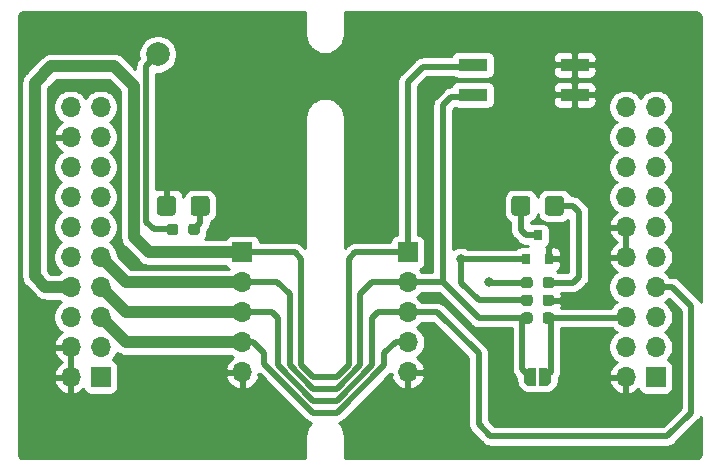
<source format=gbr>
%TF.GenerationSoftware,KiCad,Pcbnew,(5.1.7)-1*%
%TF.CreationDate,2020-11-01T18:22:08+02:00*%
%TF.ProjectId,Piirilevy_dsp,50696972-696c-4657-9679-5f6473702e6b,rev?*%
%TF.SameCoordinates,Original*%
%TF.FileFunction,Copper,L1,Top*%
%TF.FilePolarity,Positive*%
%FSLAX46Y46*%
G04 Gerber Fmt 4.6, Leading zero omitted, Abs format (unit mm)*
G04 Created by KiCad (PCBNEW (5.1.7)-1) date 2020-11-01 18:22:08*
%MOMM*%
%LPD*%
G01*
G04 APERTURE LIST*
%TA.AperFunction,SMDPad,CuDef*%
%ADD10R,0.800000X0.900000*%
%TD*%
%TA.AperFunction,ComponentPad*%
%ADD11C,2.000000*%
%TD*%
%TA.AperFunction,SMDPad,CuDef*%
%ADD12R,2.440000X1.120000*%
%TD*%
%TA.AperFunction,ComponentPad*%
%ADD13O,1.700000X1.700000*%
%TD*%
%TA.AperFunction,ComponentPad*%
%ADD14R,1.700000X1.700000*%
%TD*%
%TA.AperFunction,SMDPad,CuDef*%
%ADD15C,0.100000*%
%TD*%
%TA.AperFunction,ViaPad*%
%ADD16C,0.600000*%
%TD*%
%TA.AperFunction,ViaPad*%
%ADD17C,0.800000*%
%TD*%
%TA.AperFunction,Conductor*%
%ADD18C,0.500000*%
%TD*%
%TA.AperFunction,Conductor*%
%ADD19C,1.000000*%
%TD*%
%TA.AperFunction,Conductor*%
%ADD20C,0.254000*%
%TD*%
%TA.AperFunction,Conductor*%
%ADD21C,0.100000*%
%TD*%
G04 APERTURE END LIST*
%TO.P,R1,2*%
%TO.N,Net-(J2-Pad6)*%
%TA.AperFunction,SMDPad,CuDef*%
G36*
G01*
X165425000Y-97237500D02*
X165425000Y-96762500D01*
G75*
G02*
X165662500Y-96525000I237500J0D01*
G01*
X166162500Y-96525000D01*
G75*
G02*
X166400000Y-96762500I0J-237500D01*
G01*
X166400000Y-97237500D01*
G75*
G02*
X166162500Y-97475000I-237500J0D01*
G01*
X165662500Y-97475000D01*
G75*
G02*
X165425000Y-97237500I0J237500D01*
G01*
G37*
%TD.AperFunction*%
%TO.P,R1,1*%
%TO.N,RESET*%
%TA.AperFunction,SMDPad,CuDef*%
G36*
G01*
X163600000Y-97237500D02*
X163600000Y-96762500D01*
G75*
G02*
X163837500Y-96525000I237500J0D01*
G01*
X164337500Y-96525000D01*
G75*
G02*
X164575000Y-96762500I0J-237500D01*
G01*
X164575000Y-97237500D01*
G75*
G02*
X164337500Y-97475000I-237500J0D01*
G01*
X163837500Y-97475000D01*
G75*
G02*
X163600000Y-97237500I0J237500D01*
G01*
G37*
%TD.AperFunction*%
%TD*%
%TO.P,R4,2*%
%TO.N,Net-(D2-Pad2)*%
%TA.AperFunction,SMDPad,CuDef*%
G36*
G01*
X135425000Y-89737500D02*
X135425000Y-89262500D01*
G75*
G02*
X135662500Y-89025000I237500J0D01*
G01*
X136162500Y-89025000D01*
G75*
G02*
X136400000Y-89262500I0J-237500D01*
G01*
X136400000Y-89737500D01*
G75*
G02*
X136162500Y-89975000I-237500J0D01*
G01*
X135662500Y-89975000D01*
G75*
G02*
X135425000Y-89737500I0J237500D01*
G01*
G37*
%TD.AperFunction*%
%TO.P,R4,1*%
%TO.N,+3V3*%
%TA.AperFunction,SMDPad,CuDef*%
G36*
G01*
X133600000Y-89737500D02*
X133600000Y-89262500D01*
G75*
G02*
X133837500Y-89025000I237500J0D01*
G01*
X134337500Y-89025000D01*
G75*
G02*
X134575000Y-89262500I0J-237500D01*
G01*
X134575000Y-89737500D01*
G75*
G02*
X134337500Y-89975000I-237500J0D01*
G01*
X133837500Y-89975000D01*
G75*
G02*
X133600000Y-89737500I0J237500D01*
G01*
G37*
%TD.AperFunction*%
%TD*%
%TO.P,R3,2*%
%TO.N,Net-(D1-Pad2)*%
%TA.AperFunction,SMDPad,CuDef*%
G36*
G01*
X165425000Y-94237500D02*
X165425000Y-93762500D01*
G75*
G02*
X165662500Y-93525000I237500J0D01*
G01*
X166162500Y-93525000D01*
G75*
G02*
X166400000Y-93762500I0J-237500D01*
G01*
X166400000Y-94237500D01*
G75*
G02*
X166162500Y-94475000I-237500J0D01*
G01*
X165662500Y-94475000D01*
G75*
G02*
X165425000Y-94237500I0J237500D01*
G01*
G37*
%TD.AperFunction*%
%TO.P,R3,1*%
%TO.N,+3.3VA*%
%TA.AperFunction,SMDPad,CuDef*%
G36*
G01*
X163600000Y-94237500D02*
X163600000Y-93762500D01*
G75*
G02*
X163837500Y-93525000I237500J0D01*
G01*
X164337500Y-93525000D01*
G75*
G02*
X164575000Y-93762500I0J-237500D01*
G01*
X164575000Y-94237500D01*
G75*
G02*
X164337500Y-94475000I-237500J0D01*
G01*
X163837500Y-94475000D01*
G75*
G02*
X163600000Y-94237500I0J237500D01*
G01*
G37*
%TD.AperFunction*%
%TD*%
%TO.P,R2,2*%
%TO.N,GND*%
%TA.AperFunction,SMDPad,CuDef*%
G36*
G01*
X165425000Y-95737500D02*
X165425000Y-95262500D01*
G75*
G02*
X165662500Y-95025000I237500J0D01*
G01*
X166162500Y-95025000D01*
G75*
G02*
X166400000Y-95262500I0J-237500D01*
G01*
X166400000Y-95737500D01*
G75*
G02*
X166162500Y-95975000I-237500J0D01*
G01*
X165662500Y-95975000D01*
G75*
G02*
X165425000Y-95737500I0J237500D01*
G01*
G37*
%TD.AperFunction*%
%TO.P,R2,1*%
%TO.N,WP*%
%TA.AperFunction,SMDPad,CuDef*%
G36*
G01*
X163600000Y-95737500D02*
X163600000Y-95262500D01*
G75*
G02*
X163837500Y-95025000I237500J0D01*
G01*
X164337500Y-95025000D01*
G75*
G02*
X164575000Y-95262500I0J-237500D01*
G01*
X164575000Y-95737500D01*
G75*
G02*
X164337500Y-95975000I-237500J0D01*
G01*
X163837500Y-95975000D01*
G75*
G02*
X163600000Y-95737500I0J237500D01*
G01*
G37*
%TD.AperFunction*%
%TD*%
D10*
%TO.P,Q1,3*%
%TO.N,Net-(D1-Pad1)*%
X165000000Y-90000000D03*
%TO.P,Q1,2*%
%TO.N,GND*%
X165950000Y-92000000D03*
%TO.P,Q1,1*%
%TO.N,WP*%
X164050000Y-92000000D03*
%TD*%
%TO.P,D2,2*%
%TO.N,Net-(D2-Pad2)*%
%TA.AperFunction,SMDPad,CuDef*%
G36*
G01*
X135625000Y-88075000D02*
X135625000Y-86925000D01*
G75*
G02*
X135875000Y-86675000I250000J0D01*
G01*
X136975000Y-86675000D01*
G75*
G02*
X137225000Y-86925000I0J-250000D01*
G01*
X137225000Y-88075000D01*
G75*
G02*
X136975000Y-88325000I-250000J0D01*
G01*
X135875000Y-88325000D01*
G75*
G02*
X135625000Y-88075000I0J250000D01*
G01*
G37*
%TD.AperFunction*%
%TO.P,D2,1*%
%TO.N,GND*%
%TA.AperFunction,SMDPad,CuDef*%
G36*
G01*
X132775000Y-88075000D02*
X132775000Y-86925000D01*
G75*
G02*
X133025000Y-86675000I250000J0D01*
G01*
X134125000Y-86675000D01*
G75*
G02*
X134375000Y-86925000I0J-250000D01*
G01*
X134375000Y-88075000D01*
G75*
G02*
X134125000Y-88325000I-250000J0D01*
G01*
X133025000Y-88325000D01*
G75*
G02*
X132775000Y-88075000I0J250000D01*
G01*
G37*
%TD.AperFunction*%
%TD*%
%TO.P,D1,2*%
%TO.N,Net-(D1-Pad2)*%
%TA.AperFunction,SMDPad,CuDef*%
G36*
G01*
X165625000Y-88075000D02*
X165625000Y-86925000D01*
G75*
G02*
X165875000Y-86675000I250000J0D01*
G01*
X166975000Y-86675000D01*
G75*
G02*
X167225000Y-86925000I0J-250000D01*
G01*
X167225000Y-88075000D01*
G75*
G02*
X166975000Y-88325000I-250000J0D01*
G01*
X165875000Y-88325000D01*
G75*
G02*
X165625000Y-88075000I0J250000D01*
G01*
G37*
%TD.AperFunction*%
%TO.P,D1,1*%
%TO.N,Net-(D1-Pad1)*%
%TA.AperFunction,SMDPad,CuDef*%
G36*
G01*
X162775000Y-88075000D02*
X162775000Y-86925000D01*
G75*
G02*
X163025000Y-86675000I250000J0D01*
G01*
X164125000Y-86675000D01*
G75*
G02*
X164375000Y-86925000I0J-250000D01*
G01*
X164375000Y-88075000D01*
G75*
G02*
X164125000Y-88325000I-250000J0D01*
G01*
X163025000Y-88325000D01*
G75*
G02*
X162775000Y-88075000I0J250000D01*
G01*
G37*
%TD.AperFunction*%
%TD*%
D11*
%TO.P,TP1,1*%
%TO.N,+3V3*%
X132842000Y-74676000D03*
%TD*%
D12*
%TO.P,SW1,4*%
%TO.N,GND*%
X168135000Y-75565000D03*
%TO.P,SW1,2*%
%TO.N,RESET*%
X159525000Y-78105000D03*
%TO.P,SW1,3*%
%TO.N,GND*%
X168135000Y-78105000D03*
%TO.P,SW1,1*%
%TO.N,WP*%
X159525000Y-75565000D03*
%TD*%
D13*
%TO.P,J4,5*%
%TO.N,GND*%
X154000000Y-101600000D03*
%TO.P,J4,4*%
%TO.N,SCL*%
X154000000Y-99060000D03*
%TO.P,J4,3*%
%TO.N,SDA*%
X154000000Y-96520000D03*
%TO.P,J4,2*%
%TO.N,RESET*%
X154000000Y-93980000D03*
D14*
%TO.P,J4,1*%
%TO.N,WP*%
X154000000Y-91440000D03*
%TD*%
D13*
%TO.P,J3,5*%
%TO.N,GND*%
X140000000Y-101600000D03*
%TO.P,J3,4*%
%TO.N,SCL*%
X140000000Y-99060000D03*
%TO.P,J3,3*%
%TO.N,SDA*%
X140000000Y-96520000D03*
%TO.P,J3,2*%
%TO.N,RESET*%
X140000000Y-93980000D03*
D14*
%TO.P,J3,1*%
%TO.N,WP*%
X140000000Y-91440000D03*
%TD*%
%TA.AperFunction,SMDPad,CuDef*%
D15*
%TO.P,JP1,2*%
%TO.N,RESET*%
G36*
X164350000Y-102749398D02*
G01*
X164325466Y-102749398D01*
X164276635Y-102744588D01*
X164228510Y-102735016D01*
X164181555Y-102720772D01*
X164136222Y-102701995D01*
X164092949Y-102678864D01*
X164052150Y-102651604D01*
X164014221Y-102620476D01*
X163979524Y-102585779D01*
X163948396Y-102547850D01*
X163921136Y-102507051D01*
X163898005Y-102463778D01*
X163879228Y-102418445D01*
X163864984Y-102371490D01*
X163855412Y-102323365D01*
X163850602Y-102274534D01*
X163850602Y-102250000D01*
X163850000Y-102250000D01*
X163850000Y-101750000D01*
X163850602Y-101750000D01*
X163850602Y-101725466D01*
X163855412Y-101676635D01*
X163864984Y-101628510D01*
X163879228Y-101581555D01*
X163898005Y-101536222D01*
X163921136Y-101492949D01*
X163948396Y-101452150D01*
X163979524Y-101414221D01*
X164014221Y-101379524D01*
X164052150Y-101348396D01*
X164092949Y-101321136D01*
X164136222Y-101298005D01*
X164181555Y-101279228D01*
X164228510Y-101264984D01*
X164276635Y-101255412D01*
X164325466Y-101250602D01*
X164350000Y-101250602D01*
X164350000Y-101250000D01*
X164850000Y-101250000D01*
X164850000Y-102750000D01*
X164350000Y-102750000D01*
X164350000Y-102749398D01*
G37*
%TD.AperFunction*%
%TA.AperFunction,SMDPad,CuDef*%
%TO.P,JP1,1*%
%TO.N,Net-(J2-Pad6)*%
G36*
X165150000Y-101250000D02*
G01*
X165650000Y-101250000D01*
X165650000Y-101250602D01*
X165674534Y-101250602D01*
X165723365Y-101255412D01*
X165771490Y-101264984D01*
X165818445Y-101279228D01*
X165863778Y-101298005D01*
X165907051Y-101321136D01*
X165947850Y-101348396D01*
X165985779Y-101379524D01*
X166020476Y-101414221D01*
X166051604Y-101452150D01*
X166078864Y-101492949D01*
X166101995Y-101536222D01*
X166120772Y-101581555D01*
X166135016Y-101628510D01*
X166144588Y-101676635D01*
X166149398Y-101725466D01*
X166149398Y-101750000D01*
X166150000Y-101750000D01*
X166150000Y-102250000D01*
X166149398Y-102250000D01*
X166149398Y-102274534D01*
X166144588Y-102323365D01*
X166135016Y-102371490D01*
X166120772Y-102418445D01*
X166101995Y-102463778D01*
X166078864Y-102507051D01*
X166051604Y-102547850D01*
X166020476Y-102585779D01*
X165985779Y-102620476D01*
X165947850Y-102651604D01*
X165907051Y-102678864D01*
X165863778Y-102701995D01*
X165818445Y-102720772D01*
X165771490Y-102735016D01*
X165723365Y-102744588D01*
X165674534Y-102749398D01*
X165650000Y-102749398D01*
X165650000Y-102750000D01*
X165150000Y-102750000D01*
X165150000Y-101250000D01*
G37*
%TD.AperFunction*%
%TD*%
D13*
%TO.P,J2,20*%
%TO.N,Net-(J2-Pad20)*%
X172460000Y-79140000D03*
%TO.P,J2,19*%
%TO.N,Net-(J2-Pad19)*%
X175000000Y-79140000D03*
%TO.P,J2,18*%
%TO.N,Net-(J2-Pad18)*%
X172460000Y-81680000D03*
%TO.P,J2,17*%
%TO.N,Net-(J2-Pad17)*%
X175000000Y-81680000D03*
%TO.P,J2,16*%
%TO.N,Net-(J2-Pad16)*%
X172460000Y-84220000D03*
%TO.P,J2,15*%
%TO.N,Net-(J2-Pad15)*%
X175000000Y-84220000D03*
%TO.P,J2,14*%
%TO.N,Net-(J2-Pad14)*%
X172460000Y-86760000D03*
%TO.P,J2,13*%
%TO.N,Net-(J2-Pad13)*%
X175000000Y-86760000D03*
%TO.P,J2,12*%
%TO.N,GND*%
X172460000Y-89300000D03*
%TO.P,J2,11*%
%TO.N,Net-(J2-Pad11)*%
X175000000Y-89300000D03*
%TO.P,J2,10*%
%TO.N,GND*%
X172460000Y-91840000D03*
%TO.P,J2,9*%
%TO.N,Net-(J2-Pad9)*%
X175000000Y-91840000D03*
%TO.P,J2,8*%
%TO.N,SCL*%
X172460000Y-94380000D03*
%TO.P,J2,7*%
%TO.N,SDA*%
X175000000Y-94380000D03*
%TO.P,J2,6*%
%TO.N,Net-(J2-Pad6)*%
X172460000Y-96920000D03*
%TO.P,J2,5*%
%TO.N,Net-(J2-Pad5)*%
X175000000Y-96920000D03*
%TO.P,J2,4*%
%TO.N,Net-(J2-Pad4)*%
X172460000Y-99460000D03*
%TO.P,J2,3*%
%TO.N,Net-(J2-Pad3)*%
X175000000Y-99460000D03*
%TO.P,J2,2*%
%TO.N,GND*%
X172460000Y-102000000D03*
D14*
%TO.P,J2,1*%
%TO.N,+3.3VA*%
X175000000Y-102000000D03*
%TD*%
D13*
%TO.P,J1,20*%
%TO.N,+3V3*%
X125460000Y-79140000D03*
%TO.P,J1,19*%
%TO.N,Net-(J1-Pad19)*%
X128000000Y-79140000D03*
%TO.P,J1,18*%
%TO.N,GND*%
X125460000Y-81680000D03*
%TO.P,J1,17*%
%TO.N,Net-(J1-Pad17)*%
X128000000Y-81680000D03*
%TO.P,J1,16*%
%TO.N,Net-(J1-Pad16)*%
X125460000Y-84220000D03*
%TO.P,J1,15*%
%TO.N,Net-(J1-Pad15)*%
X128000000Y-84220000D03*
%TO.P,J1,14*%
%TO.N,Net-(J1-Pad14)*%
X125460000Y-86760000D03*
%TO.P,J1,13*%
%TO.N,Net-(J1-Pad13)*%
X128000000Y-86760000D03*
%TO.P,J1,12*%
%TO.N,Net-(J1-Pad12)*%
X125460000Y-89300000D03*
%TO.P,J1,11*%
%TO.N,Net-(J1-Pad11)*%
X128000000Y-89300000D03*
%TO.P,J1,10*%
%TO.N,Net-(J1-Pad10)*%
X125460000Y-91840000D03*
%TO.P,J1,9*%
%TO.N,RESET*%
X128000000Y-91840000D03*
%TO.P,J1,8*%
%TO.N,WP*%
X125460000Y-94380000D03*
%TO.P,J1,7*%
%TO.N,SDA*%
X128000000Y-94380000D03*
%TO.P,J1,6*%
%TO.N,Net-(J1-Pad6)*%
X125460000Y-96920000D03*
%TO.P,J1,5*%
%TO.N,SCL*%
X128000000Y-96920000D03*
%TO.P,J1,4*%
%TO.N,GND*%
X125460000Y-99460000D03*
%TO.P,J1,3*%
%TO.N,Net-(J1-Pad3)*%
X128000000Y-99460000D03*
%TO.P,J1,2*%
%TO.N,GND*%
X125460000Y-102000000D03*
D14*
%TO.P,J1,1*%
%TO.N,Net-(J1-Pad1)*%
X128000000Y-102000000D03*
%TD*%
D16*
%TO.N,SDA*%
X147000000Y-104000000D03*
%TO.N,SCL*%
X147000000Y-105000000D03*
%TO.N,RESET*%
X147000000Y-103000000D03*
%TO.N,WP*%
X147000000Y-102000000D03*
%TO.N,GND*%
X147000000Y-75000000D03*
X147000000Y-77000000D03*
X147000000Y-76000000D03*
X147000000Y-78000000D03*
D17*
X167000000Y-89500000D03*
X170000000Y-95631000D03*
%TO.N,WP*%
X158500000Y-92000000D03*
%TO.N,+3.3VA*%
X160878692Y-93919226D03*
%TD*%
D18*
%TO.N,SDA*%
X176380000Y-94380000D02*
X175000000Y-94380000D01*
X178000000Y-96000000D02*
X176380000Y-94380000D01*
X178000000Y-105000000D02*
X178000000Y-96000000D01*
X176000000Y-107000000D02*
X178000000Y-105000000D01*
X161000000Y-107000000D02*
X176000000Y-107000000D01*
X160000000Y-106000000D02*
X161000000Y-107000000D01*
X160000000Y-100000000D02*
X160000000Y-106000000D01*
X156520000Y-96520000D02*
X160000000Y-100000000D01*
X154000000Y-96520000D02*
X156520000Y-96520000D01*
X140000000Y-96520000D02*
X142520000Y-96520000D01*
X142520000Y-96520000D02*
X143000000Y-97000000D01*
X143000000Y-97000000D02*
X143000000Y-101000000D01*
X143000000Y-101000000D02*
X146000000Y-104000000D01*
X146000000Y-104000000D02*
X147000000Y-104000000D01*
X147000000Y-104000000D02*
X148000000Y-104000000D01*
X148000000Y-104000000D02*
X151000000Y-101000000D01*
X151000000Y-101000000D02*
X151000000Y-97000000D01*
X154000000Y-96520000D02*
X151480000Y-96520000D01*
X151480000Y-96520000D02*
X151000000Y-97000000D01*
D19*
X130140000Y-96520000D02*
X128000000Y-94380000D01*
X140000000Y-96520000D02*
X130140000Y-96520000D01*
D18*
%TO.N,SCL*%
X140000000Y-99060000D02*
X140940000Y-99060000D01*
X140940000Y-99060000D02*
X141880000Y-100000000D01*
X141880000Y-100000000D02*
X141880000Y-100880000D01*
X146000000Y-105000000D02*
X147000000Y-105000000D01*
X141880000Y-100880000D02*
X146000000Y-105000000D01*
X147000000Y-105000000D02*
X148000000Y-105000000D01*
X148000000Y-105000000D02*
X152000000Y-101000000D01*
X152000000Y-101000000D02*
X152000000Y-100000000D01*
X152000000Y-100000000D02*
X153000000Y-99000000D01*
X153060000Y-99060000D02*
X154000000Y-99060000D01*
X153000000Y-99000000D02*
X153060000Y-99060000D01*
D19*
X130140000Y-99060000D02*
X128000000Y-96920000D01*
X140000000Y-99060000D02*
X130140000Y-99060000D01*
D18*
%TO.N,RESET*%
X156980000Y-93980000D02*
X154000000Y-93980000D01*
X160000000Y-97000000D02*
X156980000Y-93980000D01*
X140000000Y-93980000D02*
X142980000Y-93980000D01*
X142980000Y-93980000D02*
X144000000Y-95000000D01*
X144000000Y-95000000D02*
X144000000Y-101000000D01*
X144000000Y-101000000D02*
X146000000Y-103000000D01*
X146000000Y-103000000D02*
X147000000Y-103000000D01*
X151020000Y-93980000D02*
X154000000Y-93980000D01*
X150000000Y-95000000D02*
X151020000Y-93980000D01*
X150000000Y-101000000D02*
X150000000Y-95000000D01*
X148000000Y-103000000D02*
X150000000Y-101000000D01*
X147000000Y-103000000D02*
X148000000Y-103000000D01*
X164000000Y-101650000D02*
X164350000Y-102000000D01*
X156980000Y-78985000D02*
X157695000Y-78270000D01*
X156980000Y-93980000D02*
X156980000Y-78985000D01*
X159360000Y-78270000D02*
X159525000Y-78105000D01*
X157695000Y-78270000D02*
X159360000Y-78270000D01*
D19*
X130140000Y-93980000D02*
X128000000Y-91840000D01*
X140000000Y-93980000D02*
X130140000Y-93980000D01*
D18*
X160000000Y-97000000D02*
X164000000Y-97000000D01*
X164350000Y-102000000D02*
X163703000Y-101353000D01*
X163703000Y-97297000D02*
X164000000Y-97000000D01*
X163703000Y-101353000D02*
X163703000Y-97297000D01*
%TO.N,WP*%
X140000000Y-91440000D02*
X144440000Y-91440000D01*
X144440000Y-91440000D02*
X145000000Y-92000000D01*
X145000000Y-92000000D02*
X145000000Y-101000000D01*
X146000000Y-102000000D02*
X147000000Y-102000000D01*
X145000000Y-101000000D02*
X146000000Y-102000000D01*
X147000000Y-102000000D02*
X148000000Y-102000000D01*
X148000000Y-102000000D02*
X149000000Y-101000000D01*
X149000000Y-101000000D02*
X149000000Y-92000000D01*
X154000000Y-91440000D02*
X149560000Y-91440000D01*
X149560000Y-91440000D02*
X149000000Y-92000000D01*
X159360000Y-75730000D02*
X159525000Y-75565000D01*
X155270000Y-75730000D02*
X159360000Y-75730000D01*
X154000000Y-77000000D02*
X155270000Y-75730000D01*
X154000000Y-91440000D02*
X154000000Y-77000000D01*
D19*
X122428000Y-93472000D02*
X123336000Y-94380000D01*
X122428000Y-77089000D02*
X122428000Y-93472000D01*
X123825000Y-75692000D02*
X122428000Y-77089000D01*
X123336000Y-94380000D02*
X125460000Y-94380000D01*
X129159000Y-75692000D02*
X123825000Y-75692000D01*
X130810000Y-77343000D02*
X129159000Y-75692000D01*
X130810000Y-90170000D02*
X130810000Y-77343000D01*
X132080000Y-91440000D02*
X130810000Y-90170000D01*
X140000000Y-91440000D02*
X132080000Y-91440000D01*
D18*
X164050000Y-92000000D02*
X159000000Y-92000000D01*
X159000000Y-92000000D02*
X158500000Y-92000000D01*
X158500000Y-92500000D02*
X158500000Y-92000000D01*
X158500000Y-94000000D02*
X158500000Y-92500000D01*
X160000000Y-95500000D02*
X158500000Y-94000000D01*
X164087500Y-95500000D02*
X160000000Y-95500000D01*
%TO.N,Net-(J2-Pad6)*%
X166080000Y-96920000D02*
X166000000Y-97000000D01*
X166000000Y-101650000D02*
X165650000Y-102000000D01*
X172380000Y-97000000D02*
X172460000Y-96920000D01*
X166000000Y-97000000D02*
X172380000Y-97000000D01*
X165650000Y-102000000D02*
X166116000Y-101534000D01*
X166116000Y-97116000D02*
X166000000Y-97000000D01*
X166116000Y-101534000D02*
X166116000Y-97116000D01*
%TO.N,+3V3*%
X131842001Y-75675999D02*
X132842000Y-74676000D01*
X131842001Y-88842001D02*
X131842001Y-75675999D01*
X132500000Y-89500000D02*
X131842001Y-88842001D01*
X134087500Y-89500000D02*
X132500000Y-89500000D01*
%TO.N,Net-(D1-Pad2)*%
X166425000Y-87500000D02*
X168000000Y-87500000D01*
X168000000Y-87500000D02*
X168500000Y-88000000D01*
X168500000Y-88000000D02*
X168500000Y-93500000D01*
X168000000Y-94000000D02*
X165912500Y-94000000D01*
X168500000Y-93500000D02*
X168000000Y-94000000D01*
%TO.N,Net-(D1-Pad1)*%
X165000000Y-90000000D02*
X164000000Y-90000000D01*
X163575000Y-89575000D02*
X163575000Y-87500000D01*
X164000000Y-90000000D02*
X163575000Y-89575000D01*
%TO.N,Net-(D2-Pad2)*%
X136425000Y-88987500D02*
X135912500Y-89500000D01*
X136425000Y-87500000D02*
X136425000Y-88987500D01*
%TO.N,+3.3VA*%
X160959466Y-94000000D02*
X160878692Y-93919226D01*
X164087500Y-94000000D02*
X160959466Y-94000000D01*
%TD*%
D20*
%TO.N,GND*%
X159115000Y-100366579D02*
X159115001Y-105956521D01*
X159110719Y-106000000D01*
X159127805Y-106173490D01*
X159178412Y-106340313D01*
X159260590Y-106494059D01*
X159343468Y-106595046D01*
X159343471Y-106595049D01*
X159371184Y-106628817D01*
X159404951Y-106656529D01*
X160343470Y-107595049D01*
X160371183Y-107628817D01*
X160404951Y-107656530D01*
X160404953Y-107656532D01*
X160505941Y-107739411D01*
X160659686Y-107821589D01*
X160826510Y-107872195D01*
X160956523Y-107885000D01*
X160956531Y-107885000D01*
X161000000Y-107889281D01*
X161043469Y-107885000D01*
X175956531Y-107885000D01*
X176000000Y-107889281D01*
X176043469Y-107885000D01*
X176043477Y-107885000D01*
X176173490Y-107872195D01*
X176340313Y-107821589D01*
X176494059Y-107739411D01*
X176628817Y-107628817D01*
X176656534Y-107595044D01*
X178595050Y-105656529D01*
X178628817Y-105628817D01*
X178660351Y-105590394D01*
X178728913Y-105506851D01*
X178739411Y-105494059D01*
X178810048Y-105361905D01*
X178810048Y-108491672D01*
X178796279Y-108596257D01*
X178759125Y-108685955D01*
X178700024Y-108762976D01*
X178623003Y-108822077D01*
X178533305Y-108859231D01*
X178428720Y-108873000D01*
X148660000Y-108873000D01*
X148660000Y-106967581D01*
X148656753Y-106934613D01*
X148656753Y-106921633D01*
X148655790Y-106912468D01*
X148634035Y-106718518D01*
X148621600Y-106660019D01*
X148609978Y-106601325D01*
X148607253Y-106592522D01*
X148548240Y-106406491D01*
X148524674Y-106351509D01*
X148501880Y-106296206D01*
X148497497Y-106288100D01*
X148403475Y-106117075D01*
X148369702Y-106067752D01*
X148336577Y-106017894D01*
X148330703Y-106010794D01*
X148206104Y-105862302D01*
X148340313Y-105821589D01*
X148494059Y-105739411D01*
X148628817Y-105628817D01*
X148656534Y-105595044D01*
X152524576Y-101727002D01*
X152679844Y-101727002D01*
X152558524Y-101956890D01*
X152603175Y-102104099D01*
X152728359Y-102366920D01*
X152902412Y-102600269D01*
X153118645Y-102795178D01*
X153368748Y-102944157D01*
X153643109Y-103041481D01*
X153873000Y-102920814D01*
X153873000Y-101727000D01*
X154127000Y-101727000D01*
X154127000Y-102920814D01*
X154356891Y-103041481D01*
X154631252Y-102944157D01*
X154881355Y-102795178D01*
X155097588Y-102600269D01*
X155271641Y-102366920D01*
X155396825Y-102104099D01*
X155441476Y-101956890D01*
X155320155Y-101727000D01*
X154127000Y-101727000D01*
X153873000Y-101727000D01*
X153853000Y-101727000D01*
X153853000Y-101473000D01*
X153873000Y-101473000D01*
X153873000Y-101453000D01*
X154127000Y-101453000D01*
X154127000Y-101473000D01*
X155320155Y-101473000D01*
X155441476Y-101243110D01*
X155396825Y-101095901D01*
X155271641Y-100833080D01*
X155097588Y-100599731D01*
X154881355Y-100404822D01*
X154764466Y-100335195D01*
X154946632Y-100213475D01*
X155153475Y-100006632D01*
X155315990Y-99763411D01*
X155427932Y-99493158D01*
X155485000Y-99206260D01*
X155485000Y-98913740D01*
X155427932Y-98626842D01*
X155315990Y-98356589D01*
X155153475Y-98113368D01*
X154946632Y-97906525D01*
X154772240Y-97790000D01*
X154946632Y-97673475D01*
X155153475Y-97466632D01*
X155194656Y-97405000D01*
X156153422Y-97405000D01*
X159115000Y-100366579D01*
%TA.AperFunction,Conductor*%
D21*
G36*
X159115000Y-100366579D02*
G01*
X159115001Y-105956521D01*
X159110719Y-106000000D01*
X159127805Y-106173490D01*
X159178412Y-106340313D01*
X159260590Y-106494059D01*
X159343468Y-106595046D01*
X159343471Y-106595049D01*
X159371184Y-106628817D01*
X159404951Y-106656529D01*
X160343470Y-107595049D01*
X160371183Y-107628817D01*
X160404951Y-107656530D01*
X160404953Y-107656532D01*
X160505941Y-107739411D01*
X160659686Y-107821589D01*
X160826510Y-107872195D01*
X160956523Y-107885000D01*
X160956531Y-107885000D01*
X161000000Y-107889281D01*
X161043469Y-107885000D01*
X175956531Y-107885000D01*
X176000000Y-107889281D01*
X176043469Y-107885000D01*
X176043477Y-107885000D01*
X176173490Y-107872195D01*
X176340313Y-107821589D01*
X176494059Y-107739411D01*
X176628817Y-107628817D01*
X176656534Y-107595044D01*
X178595050Y-105656529D01*
X178628817Y-105628817D01*
X178660351Y-105590394D01*
X178728913Y-105506851D01*
X178739411Y-105494059D01*
X178810048Y-105361905D01*
X178810048Y-108491672D01*
X178796279Y-108596257D01*
X178759125Y-108685955D01*
X178700024Y-108762976D01*
X178623003Y-108822077D01*
X178533305Y-108859231D01*
X178428720Y-108873000D01*
X148660000Y-108873000D01*
X148660000Y-106967581D01*
X148656753Y-106934613D01*
X148656753Y-106921633D01*
X148655790Y-106912468D01*
X148634035Y-106718518D01*
X148621600Y-106660019D01*
X148609978Y-106601325D01*
X148607253Y-106592522D01*
X148548240Y-106406491D01*
X148524674Y-106351509D01*
X148501880Y-106296206D01*
X148497497Y-106288100D01*
X148403475Y-106117075D01*
X148369702Y-106067752D01*
X148336577Y-106017894D01*
X148330703Y-106010794D01*
X148206104Y-105862302D01*
X148340313Y-105821589D01*
X148494059Y-105739411D01*
X148628817Y-105628817D01*
X148656534Y-105595044D01*
X152524576Y-101727002D01*
X152679844Y-101727002D01*
X152558524Y-101956890D01*
X152603175Y-102104099D01*
X152728359Y-102366920D01*
X152902412Y-102600269D01*
X153118645Y-102795178D01*
X153368748Y-102944157D01*
X153643109Y-103041481D01*
X153873000Y-102920814D01*
X153873000Y-101727000D01*
X154127000Y-101727000D01*
X154127000Y-102920814D01*
X154356891Y-103041481D01*
X154631252Y-102944157D01*
X154881355Y-102795178D01*
X155097588Y-102600269D01*
X155271641Y-102366920D01*
X155396825Y-102104099D01*
X155441476Y-101956890D01*
X155320155Y-101727000D01*
X154127000Y-101727000D01*
X153873000Y-101727000D01*
X153853000Y-101727000D01*
X153853000Y-101473000D01*
X153873000Y-101473000D01*
X153873000Y-101453000D01*
X154127000Y-101453000D01*
X154127000Y-101473000D01*
X155320155Y-101473000D01*
X155441476Y-101243110D01*
X155396825Y-101095901D01*
X155271641Y-100833080D01*
X155097588Y-100599731D01*
X154881355Y-100404822D01*
X154764466Y-100335195D01*
X154946632Y-100213475D01*
X155153475Y-100006632D01*
X155315990Y-99763411D01*
X155427932Y-99493158D01*
X155485000Y-99206260D01*
X155485000Y-98913740D01*
X155427932Y-98626842D01*
X155315990Y-98356589D01*
X155153475Y-98113368D01*
X154946632Y-97906525D01*
X154772240Y-97790000D01*
X154946632Y-97673475D01*
X155153475Y-97466632D01*
X155194656Y-97405000D01*
X156153422Y-97405000D01*
X159115000Y-100366579D01*
G37*
%TD.AperFunction*%
D20*
X145340001Y-73032419D02*
X145343247Y-73065377D01*
X145343247Y-73078367D01*
X145344210Y-73087532D01*
X145365965Y-73281481D01*
X145378397Y-73339966D01*
X145390022Y-73398676D01*
X145392747Y-73407479D01*
X145451760Y-73593509D01*
X145475338Y-73648519D01*
X145498120Y-73703794D01*
X145502503Y-73711900D01*
X145596525Y-73882925D01*
X145630308Y-73932264D01*
X145663423Y-73982106D01*
X145669297Y-73989206D01*
X145794747Y-74138712D01*
X145837477Y-74180557D01*
X145879638Y-74223013D01*
X145886780Y-74228837D01*
X146038879Y-74351128D01*
X146088941Y-74383887D01*
X146138523Y-74417331D01*
X146146660Y-74421657D01*
X146146663Y-74421659D01*
X146146667Y-74421660D01*
X146319615Y-74512077D01*
X146375053Y-74534475D01*
X146430228Y-74557669D01*
X146439050Y-74560332D01*
X146626275Y-74615435D01*
X146684983Y-74626633D01*
X146743628Y-74638672D01*
X146752799Y-74639570D01*
X146947161Y-74657259D01*
X147006943Y-74656842D01*
X147066801Y-74657260D01*
X147075972Y-74656360D01*
X147270069Y-74635959D01*
X147328658Y-74623932D01*
X147387423Y-74612723D01*
X147396245Y-74610059D01*
X147582683Y-74552347D01*
X147637838Y-74529162D01*
X147693291Y-74506758D01*
X147701427Y-74502432D01*
X147873104Y-74409607D01*
X147922699Y-74376154D01*
X147972753Y-74343400D01*
X147979894Y-74337576D01*
X148130272Y-74213172D01*
X148172411Y-74170737D01*
X148215161Y-74128874D01*
X148221034Y-74121773D01*
X148344384Y-73970531D01*
X148377477Y-73920723D01*
X148411284Y-73871349D01*
X148415667Y-73863243D01*
X148507292Y-73690920D01*
X148530090Y-73635608D01*
X148553652Y-73580634D01*
X148556377Y-73571831D01*
X148612786Y-73384994D01*
X148624405Y-73326314D01*
X148636842Y-73267804D01*
X148637805Y-73258639D01*
X148656850Y-73064406D01*
X148656850Y-73064402D01*
X148660000Y-73032419D01*
X148660000Y-71127000D01*
X178428720Y-71127000D01*
X178533305Y-71140769D01*
X178623003Y-71177923D01*
X178700024Y-71237024D01*
X178759125Y-71314045D01*
X178796279Y-71403743D01*
X178810048Y-71508328D01*
X178810048Y-95638095D01*
X178739411Y-95505941D01*
X178680104Y-95433676D01*
X178656532Y-95404953D01*
X178656530Y-95404951D01*
X178628817Y-95371183D01*
X178595049Y-95343470D01*
X177036534Y-93784956D01*
X177008817Y-93751183D01*
X176874059Y-93640589D01*
X176720313Y-93558411D01*
X176553490Y-93507805D01*
X176423477Y-93495000D01*
X176423469Y-93495000D01*
X176380000Y-93490719D01*
X176336531Y-93495000D01*
X176194656Y-93495000D01*
X176153475Y-93433368D01*
X175946632Y-93226525D01*
X175772240Y-93110000D01*
X175946632Y-92993475D01*
X176153475Y-92786632D01*
X176315990Y-92543411D01*
X176427932Y-92273158D01*
X176485000Y-91986260D01*
X176485000Y-91693740D01*
X176427932Y-91406842D01*
X176315990Y-91136589D01*
X176153475Y-90893368D01*
X175946632Y-90686525D01*
X175772240Y-90570000D01*
X175946632Y-90453475D01*
X176153475Y-90246632D01*
X176315990Y-90003411D01*
X176427932Y-89733158D01*
X176485000Y-89446260D01*
X176485000Y-89153740D01*
X176427932Y-88866842D01*
X176315990Y-88596589D01*
X176153475Y-88353368D01*
X175946632Y-88146525D01*
X175772240Y-88030000D01*
X175946632Y-87913475D01*
X176153475Y-87706632D01*
X176315990Y-87463411D01*
X176427932Y-87193158D01*
X176485000Y-86906260D01*
X176485000Y-86613740D01*
X176427932Y-86326842D01*
X176315990Y-86056589D01*
X176153475Y-85813368D01*
X175946632Y-85606525D01*
X175772240Y-85490000D01*
X175946632Y-85373475D01*
X176153475Y-85166632D01*
X176315990Y-84923411D01*
X176427932Y-84653158D01*
X176485000Y-84366260D01*
X176485000Y-84073740D01*
X176427932Y-83786842D01*
X176315990Y-83516589D01*
X176153475Y-83273368D01*
X175946632Y-83066525D01*
X175772240Y-82950000D01*
X175946632Y-82833475D01*
X176153475Y-82626632D01*
X176315990Y-82383411D01*
X176427932Y-82113158D01*
X176485000Y-81826260D01*
X176485000Y-81533740D01*
X176427932Y-81246842D01*
X176315990Y-80976589D01*
X176153475Y-80733368D01*
X175946632Y-80526525D01*
X175772240Y-80410000D01*
X175946632Y-80293475D01*
X176153475Y-80086632D01*
X176315990Y-79843411D01*
X176427932Y-79573158D01*
X176485000Y-79286260D01*
X176485000Y-78993740D01*
X176427932Y-78706842D01*
X176315990Y-78436589D01*
X176153475Y-78193368D01*
X175946632Y-77986525D01*
X175703411Y-77824010D01*
X175433158Y-77712068D01*
X175146260Y-77655000D01*
X174853740Y-77655000D01*
X174566842Y-77712068D01*
X174296589Y-77824010D01*
X174053368Y-77986525D01*
X173846525Y-78193368D01*
X173730000Y-78367760D01*
X173613475Y-78193368D01*
X173406632Y-77986525D01*
X173163411Y-77824010D01*
X172893158Y-77712068D01*
X172606260Y-77655000D01*
X172313740Y-77655000D01*
X172026842Y-77712068D01*
X171756589Y-77824010D01*
X171513368Y-77986525D01*
X171306525Y-78193368D01*
X171144010Y-78436589D01*
X171032068Y-78706842D01*
X170975000Y-78993740D01*
X170975000Y-79286260D01*
X171032068Y-79573158D01*
X171144010Y-79843411D01*
X171306525Y-80086632D01*
X171513368Y-80293475D01*
X171687760Y-80410000D01*
X171513368Y-80526525D01*
X171306525Y-80733368D01*
X171144010Y-80976589D01*
X171032068Y-81246842D01*
X170975000Y-81533740D01*
X170975000Y-81826260D01*
X171032068Y-82113158D01*
X171144010Y-82383411D01*
X171306525Y-82626632D01*
X171513368Y-82833475D01*
X171687760Y-82950000D01*
X171513368Y-83066525D01*
X171306525Y-83273368D01*
X171144010Y-83516589D01*
X171032068Y-83786842D01*
X170975000Y-84073740D01*
X170975000Y-84366260D01*
X171032068Y-84653158D01*
X171144010Y-84923411D01*
X171306525Y-85166632D01*
X171513368Y-85373475D01*
X171687760Y-85490000D01*
X171513368Y-85606525D01*
X171306525Y-85813368D01*
X171144010Y-86056589D01*
X171032068Y-86326842D01*
X170975000Y-86613740D01*
X170975000Y-86906260D01*
X171032068Y-87193158D01*
X171144010Y-87463411D01*
X171306525Y-87706632D01*
X171513368Y-87913475D01*
X171695534Y-88035195D01*
X171578645Y-88104822D01*
X171362412Y-88299731D01*
X171188359Y-88533080D01*
X171063175Y-88795901D01*
X171018524Y-88943110D01*
X171139845Y-89173000D01*
X172333000Y-89173000D01*
X172333000Y-89153000D01*
X172587000Y-89153000D01*
X172587000Y-89173000D01*
X172607000Y-89173000D01*
X172607000Y-89427000D01*
X172587000Y-89427000D01*
X172587000Y-91713000D01*
X172607000Y-91713000D01*
X172607000Y-91967000D01*
X172587000Y-91967000D01*
X172587000Y-91987000D01*
X172333000Y-91987000D01*
X172333000Y-91967000D01*
X171139845Y-91967000D01*
X171018524Y-92196890D01*
X171063175Y-92344099D01*
X171188359Y-92606920D01*
X171362412Y-92840269D01*
X171578645Y-93035178D01*
X171695534Y-93104805D01*
X171513368Y-93226525D01*
X171306525Y-93433368D01*
X171144010Y-93676589D01*
X171032068Y-93946842D01*
X170975000Y-94233740D01*
X170975000Y-94526260D01*
X171032068Y-94813158D01*
X171144010Y-95083411D01*
X171306525Y-95326632D01*
X171513368Y-95533475D01*
X171687760Y-95650000D01*
X171513368Y-95766525D01*
X171306525Y-95973368D01*
X171211890Y-96115000D01*
X167021105Y-96115000D01*
X167025812Y-96099482D01*
X167038072Y-95975000D01*
X167035000Y-95785750D01*
X166876250Y-95627000D01*
X166039500Y-95627000D01*
X166039500Y-95647000D01*
X165785500Y-95647000D01*
X165785500Y-95627000D01*
X165765500Y-95627000D01*
X165765500Y-95373000D01*
X165785500Y-95373000D01*
X165785500Y-95353000D01*
X166039500Y-95353000D01*
X166039500Y-95373000D01*
X166876250Y-95373000D01*
X167035000Y-95214250D01*
X167038072Y-95025000D01*
X167025812Y-94900518D01*
X167021105Y-94885000D01*
X167956531Y-94885000D01*
X168000000Y-94889281D01*
X168043469Y-94885000D01*
X168043477Y-94885000D01*
X168173490Y-94872195D01*
X168340313Y-94821589D01*
X168494059Y-94739411D01*
X168628817Y-94628817D01*
X168656534Y-94595044D01*
X169095044Y-94156534D01*
X169128817Y-94128817D01*
X169239411Y-93994059D01*
X169321589Y-93840313D01*
X169372195Y-93673490D01*
X169385000Y-93543477D01*
X169385000Y-93543469D01*
X169389281Y-93500000D01*
X169385000Y-93456531D01*
X169385000Y-89656890D01*
X171018524Y-89656890D01*
X171063175Y-89804099D01*
X171188359Y-90066920D01*
X171362412Y-90300269D01*
X171578645Y-90495178D01*
X171704255Y-90570000D01*
X171578645Y-90644822D01*
X171362412Y-90839731D01*
X171188359Y-91073080D01*
X171063175Y-91335901D01*
X171018524Y-91483110D01*
X171139845Y-91713000D01*
X172333000Y-91713000D01*
X172333000Y-89427000D01*
X171139845Y-89427000D01*
X171018524Y-89656890D01*
X169385000Y-89656890D01*
X169385000Y-88043469D01*
X169389281Y-88000000D01*
X169385000Y-87956531D01*
X169385000Y-87956523D01*
X169372195Y-87826510D01*
X169321589Y-87659687D01*
X169239411Y-87505941D01*
X169128817Y-87371183D01*
X169095045Y-87343467D01*
X168656534Y-86904956D01*
X168628817Y-86871183D01*
X168494059Y-86760589D01*
X168340313Y-86678411D01*
X168173490Y-86627805D01*
X168043477Y-86615000D01*
X168043469Y-86615000D01*
X168000000Y-86610719D01*
X167956531Y-86615000D01*
X167804527Y-86615000D01*
X167795472Y-86585150D01*
X167713405Y-86431614D01*
X167602962Y-86297038D01*
X167468386Y-86186595D01*
X167314850Y-86104528D01*
X167148254Y-86053992D01*
X166975000Y-86036928D01*
X165875000Y-86036928D01*
X165701746Y-86053992D01*
X165535150Y-86104528D01*
X165381614Y-86186595D01*
X165247038Y-86297038D01*
X165136595Y-86431614D01*
X165054528Y-86585150D01*
X165003992Y-86751746D01*
X165000000Y-86792278D01*
X164996008Y-86751746D01*
X164945472Y-86585150D01*
X164863405Y-86431614D01*
X164752962Y-86297038D01*
X164618386Y-86186595D01*
X164464850Y-86104528D01*
X164298254Y-86053992D01*
X164125000Y-86036928D01*
X163025000Y-86036928D01*
X162851746Y-86053992D01*
X162685150Y-86104528D01*
X162531614Y-86186595D01*
X162397038Y-86297038D01*
X162286595Y-86431614D01*
X162204528Y-86585150D01*
X162153992Y-86751746D01*
X162136928Y-86925000D01*
X162136928Y-88075000D01*
X162153992Y-88248254D01*
X162204528Y-88414850D01*
X162286595Y-88568386D01*
X162397038Y-88702962D01*
X162531614Y-88813405D01*
X162685150Y-88895472D01*
X162690000Y-88896943D01*
X162690000Y-89531531D01*
X162685719Y-89575000D01*
X162690000Y-89618469D01*
X162690000Y-89618476D01*
X162702805Y-89748489D01*
X162753411Y-89915312D01*
X162835589Y-90069058D01*
X162946183Y-90203817D01*
X162979956Y-90231534D01*
X163343466Y-90595044D01*
X163371183Y-90628817D01*
X163505941Y-90739411D01*
X163659687Y-90821589D01*
X163826510Y-90872195D01*
X163956523Y-90885000D01*
X163956531Y-90885000D01*
X164000000Y-90889281D01*
X164043469Y-90885000D01*
X164135532Y-90885000D01*
X164148815Y-90901185D01*
X164161905Y-90911928D01*
X163650000Y-90911928D01*
X163525518Y-90924188D01*
X163405820Y-90960498D01*
X163295506Y-91019463D01*
X163198815Y-91098815D01*
X163185532Y-91115000D01*
X159038454Y-91115000D01*
X158990256Y-91082795D01*
X158801898Y-91004774D01*
X158601939Y-90965000D01*
X158398061Y-90965000D01*
X158198102Y-91004774D01*
X158009744Y-91082795D01*
X157865000Y-91179510D01*
X157865000Y-79351578D01*
X157996472Y-79220107D01*
X158060820Y-79254502D01*
X158180518Y-79290812D01*
X158305000Y-79303072D01*
X160745000Y-79303072D01*
X160869482Y-79290812D01*
X160989180Y-79254502D01*
X161099494Y-79195537D01*
X161196185Y-79116185D01*
X161275537Y-79019494D01*
X161334502Y-78909180D01*
X161370812Y-78789482D01*
X161383072Y-78665000D01*
X166276928Y-78665000D01*
X166289188Y-78789482D01*
X166325498Y-78909180D01*
X166384463Y-79019494D01*
X166463815Y-79116185D01*
X166560506Y-79195537D01*
X166670820Y-79254502D01*
X166790518Y-79290812D01*
X166915000Y-79303072D01*
X167849250Y-79300000D01*
X168008000Y-79141250D01*
X168008000Y-78232000D01*
X168262000Y-78232000D01*
X168262000Y-79141250D01*
X168420750Y-79300000D01*
X169355000Y-79303072D01*
X169479482Y-79290812D01*
X169599180Y-79254502D01*
X169709494Y-79195537D01*
X169806185Y-79116185D01*
X169885537Y-79019494D01*
X169944502Y-78909180D01*
X169980812Y-78789482D01*
X169993072Y-78665000D01*
X169990000Y-78390750D01*
X169831250Y-78232000D01*
X168262000Y-78232000D01*
X168008000Y-78232000D01*
X166438750Y-78232000D01*
X166280000Y-78390750D01*
X166276928Y-78665000D01*
X161383072Y-78665000D01*
X161383072Y-77545000D01*
X166276928Y-77545000D01*
X166280000Y-77819250D01*
X166438750Y-77978000D01*
X168008000Y-77978000D01*
X168008000Y-77068750D01*
X168262000Y-77068750D01*
X168262000Y-77978000D01*
X169831250Y-77978000D01*
X169990000Y-77819250D01*
X169993072Y-77545000D01*
X169980812Y-77420518D01*
X169944502Y-77300820D01*
X169885537Y-77190506D01*
X169806185Y-77093815D01*
X169709494Y-77014463D01*
X169599180Y-76955498D01*
X169479482Y-76919188D01*
X169355000Y-76906928D01*
X168420750Y-76910000D01*
X168262000Y-77068750D01*
X168008000Y-77068750D01*
X167849250Y-76910000D01*
X166915000Y-76906928D01*
X166790518Y-76919188D01*
X166670820Y-76955498D01*
X166560506Y-77014463D01*
X166463815Y-77093815D01*
X166384463Y-77190506D01*
X166325498Y-77300820D01*
X166289188Y-77420518D01*
X166276928Y-77545000D01*
X161383072Y-77545000D01*
X161370812Y-77420518D01*
X161334502Y-77300820D01*
X161275537Y-77190506D01*
X161196185Y-77093815D01*
X161099494Y-77014463D01*
X160989180Y-76955498D01*
X160869482Y-76919188D01*
X160745000Y-76906928D01*
X158305000Y-76906928D01*
X158180518Y-76919188D01*
X158060820Y-76955498D01*
X157950506Y-77014463D01*
X157853815Y-77093815D01*
X157774463Y-77190506D01*
X157715498Y-77300820D01*
X157691146Y-77381099D01*
X157651531Y-77385000D01*
X157651523Y-77385000D01*
X157521510Y-77397805D01*
X157354687Y-77448411D01*
X157302729Y-77476183D01*
X157200941Y-77530589D01*
X157099953Y-77613468D01*
X157099951Y-77613470D01*
X157066183Y-77641183D01*
X157038470Y-77674951D01*
X156384951Y-78328471D01*
X156351184Y-78356183D01*
X156323471Y-78389951D01*
X156323468Y-78389954D01*
X156240590Y-78490941D01*
X156158412Y-78644687D01*
X156107805Y-78811510D01*
X156090719Y-78985000D01*
X156095001Y-79028479D01*
X156095000Y-93095000D01*
X155194656Y-93095000D01*
X155153475Y-93033368D01*
X155021620Y-92901513D01*
X155094180Y-92879502D01*
X155204494Y-92820537D01*
X155301185Y-92741185D01*
X155380537Y-92644494D01*
X155439502Y-92534180D01*
X155475812Y-92414482D01*
X155488072Y-92290000D01*
X155488072Y-90590000D01*
X155475812Y-90465518D01*
X155439502Y-90345820D01*
X155380537Y-90235506D01*
X155301185Y-90138815D01*
X155204494Y-90059463D01*
X155094180Y-90000498D01*
X154974482Y-89964188D01*
X154885000Y-89955375D01*
X154885000Y-77366578D01*
X155636579Y-76615000D01*
X157901111Y-76615000D01*
X157950506Y-76655537D01*
X158060820Y-76714502D01*
X158180518Y-76750812D01*
X158305000Y-76763072D01*
X160745000Y-76763072D01*
X160869482Y-76750812D01*
X160989180Y-76714502D01*
X161099494Y-76655537D01*
X161196185Y-76576185D01*
X161275537Y-76479494D01*
X161334502Y-76369180D01*
X161370812Y-76249482D01*
X161383072Y-76125000D01*
X166276928Y-76125000D01*
X166289188Y-76249482D01*
X166325498Y-76369180D01*
X166384463Y-76479494D01*
X166463815Y-76576185D01*
X166560506Y-76655537D01*
X166670820Y-76714502D01*
X166790518Y-76750812D01*
X166915000Y-76763072D01*
X167849250Y-76760000D01*
X168008000Y-76601250D01*
X168008000Y-75692000D01*
X168262000Y-75692000D01*
X168262000Y-76601250D01*
X168420750Y-76760000D01*
X169355000Y-76763072D01*
X169479482Y-76750812D01*
X169599180Y-76714502D01*
X169709494Y-76655537D01*
X169806185Y-76576185D01*
X169885537Y-76479494D01*
X169944502Y-76369180D01*
X169980812Y-76249482D01*
X169993072Y-76125000D01*
X169990000Y-75850750D01*
X169831250Y-75692000D01*
X168262000Y-75692000D01*
X168008000Y-75692000D01*
X166438750Y-75692000D01*
X166280000Y-75850750D01*
X166276928Y-76125000D01*
X161383072Y-76125000D01*
X161383072Y-75005000D01*
X166276928Y-75005000D01*
X166280000Y-75279250D01*
X166438750Y-75438000D01*
X168008000Y-75438000D01*
X168008000Y-74528750D01*
X168262000Y-74528750D01*
X168262000Y-75438000D01*
X169831250Y-75438000D01*
X169990000Y-75279250D01*
X169993072Y-75005000D01*
X169980812Y-74880518D01*
X169944502Y-74760820D01*
X169885537Y-74650506D01*
X169806185Y-74553815D01*
X169709494Y-74474463D01*
X169599180Y-74415498D01*
X169479482Y-74379188D01*
X169355000Y-74366928D01*
X168420750Y-74370000D01*
X168262000Y-74528750D01*
X168008000Y-74528750D01*
X167849250Y-74370000D01*
X166915000Y-74366928D01*
X166790518Y-74379188D01*
X166670820Y-74415498D01*
X166560506Y-74474463D01*
X166463815Y-74553815D01*
X166384463Y-74650506D01*
X166325498Y-74760820D01*
X166289188Y-74880518D01*
X166276928Y-75005000D01*
X161383072Y-75005000D01*
X161370812Y-74880518D01*
X161334502Y-74760820D01*
X161275537Y-74650506D01*
X161196185Y-74553815D01*
X161099494Y-74474463D01*
X160989180Y-74415498D01*
X160869482Y-74379188D01*
X160745000Y-74366928D01*
X158305000Y-74366928D01*
X158180518Y-74379188D01*
X158060820Y-74415498D01*
X157950506Y-74474463D01*
X157853815Y-74553815D01*
X157774463Y-74650506D01*
X157715498Y-74760820D01*
X157689962Y-74845000D01*
X155313465Y-74845000D01*
X155269999Y-74840719D01*
X155226533Y-74845000D01*
X155226523Y-74845000D01*
X155096510Y-74857805D01*
X154929687Y-74908411D01*
X154775941Y-74990589D01*
X154775939Y-74990590D01*
X154775940Y-74990590D01*
X154674953Y-75073468D01*
X154674951Y-75073470D01*
X154641183Y-75101183D01*
X154613470Y-75134951D01*
X153404951Y-76343471D01*
X153371184Y-76371183D01*
X153343471Y-76404951D01*
X153343468Y-76404954D01*
X153260590Y-76505941D01*
X153178412Y-76659687D01*
X153127805Y-76826510D01*
X153110719Y-77000000D01*
X153115001Y-77043479D01*
X153115000Y-89955375D01*
X153025518Y-89964188D01*
X152905820Y-90000498D01*
X152795506Y-90059463D01*
X152698815Y-90138815D01*
X152619463Y-90235506D01*
X152560498Y-90345820D01*
X152524188Y-90465518D01*
X152515375Y-90555000D01*
X149603469Y-90555000D01*
X149560000Y-90550719D01*
X149516531Y-90555000D01*
X149516523Y-90555000D01*
X149386510Y-90567805D01*
X149219686Y-90618411D01*
X149067962Y-90699509D01*
X149065941Y-90700589D01*
X148931183Y-90811183D01*
X148903466Y-90844956D01*
X148660000Y-91088422D01*
X148660000Y-79967581D01*
X148656753Y-79934613D01*
X148656753Y-79921633D01*
X148655790Y-79912468D01*
X148634035Y-79718518D01*
X148621600Y-79660019D01*
X148609978Y-79601325D01*
X148607253Y-79592522D01*
X148548240Y-79406491D01*
X148524674Y-79351509D01*
X148501880Y-79296206D01*
X148497497Y-79288100D01*
X148403475Y-79117075D01*
X148369702Y-79067752D01*
X148336577Y-79017894D01*
X148330703Y-79010794D01*
X148205253Y-78861288D01*
X148162523Y-78819443D01*
X148120362Y-78776987D01*
X148113220Y-78771163D01*
X147961120Y-78648872D01*
X147911061Y-78616114D01*
X147861477Y-78582669D01*
X147853340Y-78578343D01*
X147853337Y-78578341D01*
X147853333Y-78578340D01*
X147680384Y-78487923D01*
X147624972Y-78465535D01*
X147569772Y-78442331D01*
X147560950Y-78439668D01*
X147373724Y-78384565D01*
X147314986Y-78373360D01*
X147256372Y-78361328D01*
X147247200Y-78360429D01*
X147052839Y-78342741D01*
X146993057Y-78343158D01*
X146933199Y-78342740D01*
X146924028Y-78343640D01*
X146729931Y-78364041D01*
X146671348Y-78376066D01*
X146612577Y-78387277D01*
X146603755Y-78389941D01*
X146417317Y-78447653D01*
X146362162Y-78470838D01*
X146306709Y-78493242D01*
X146298573Y-78497568D01*
X146126896Y-78590393D01*
X146077278Y-78623861D01*
X146027247Y-78656600D01*
X146020106Y-78662424D01*
X145869728Y-78786828D01*
X145827589Y-78829263D01*
X145784839Y-78871126D01*
X145778966Y-78878227D01*
X145655616Y-79029469D01*
X145622534Y-79079262D01*
X145588716Y-79128651D01*
X145584333Y-79136757D01*
X145492708Y-79309079D01*
X145469909Y-79364394D01*
X145446348Y-79419366D01*
X145443623Y-79428169D01*
X145387214Y-79615005D01*
X145375594Y-79673693D01*
X145363158Y-79732196D01*
X145362195Y-79741361D01*
X145343150Y-79935595D01*
X145340000Y-79967582D01*
X145340001Y-91088423D01*
X145096534Y-90844956D01*
X145068817Y-90811183D01*
X144934059Y-90700589D01*
X144780313Y-90618411D01*
X144613490Y-90567805D01*
X144483477Y-90555000D01*
X144483469Y-90555000D01*
X144440000Y-90550719D01*
X144396531Y-90555000D01*
X141484625Y-90555000D01*
X141475812Y-90465518D01*
X141439502Y-90345820D01*
X141380537Y-90235506D01*
X141301185Y-90138815D01*
X141204494Y-90059463D01*
X141094180Y-90000498D01*
X140974482Y-89964188D01*
X140850000Y-89951928D01*
X139150000Y-89951928D01*
X139025518Y-89964188D01*
X138905820Y-90000498D01*
X138795506Y-90059463D01*
X138698815Y-90138815D01*
X138619463Y-90235506D01*
X138582317Y-90305000D01*
X136823989Y-90305000D01*
X136890512Y-90223942D01*
X136971423Y-90072567D01*
X137021248Y-89908316D01*
X137038072Y-89737500D01*
X137038072Y-89629239D01*
X137053817Y-89616317D01*
X137164411Y-89481559D01*
X137246589Y-89327813D01*
X137297195Y-89160990D01*
X137310000Y-89030977D01*
X137310000Y-89030967D01*
X137314281Y-88987501D01*
X137310000Y-88944035D01*
X137310000Y-88896943D01*
X137314850Y-88895472D01*
X137468386Y-88813405D01*
X137602962Y-88702962D01*
X137713405Y-88568386D01*
X137795472Y-88414850D01*
X137846008Y-88248254D01*
X137863072Y-88075000D01*
X137863072Y-86925000D01*
X137846008Y-86751746D01*
X137795472Y-86585150D01*
X137713405Y-86431614D01*
X137602962Y-86297038D01*
X137468386Y-86186595D01*
X137314850Y-86104528D01*
X137148254Y-86053992D01*
X136975000Y-86036928D01*
X135875000Y-86036928D01*
X135701746Y-86053992D01*
X135535150Y-86104528D01*
X135381614Y-86186595D01*
X135247038Y-86297038D01*
X135136595Y-86431614D01*
X135054528Y-86585150D01*
X135012800Y-86722709D01*
X135013072Y-86675000D01*
X135000812Y-86550518D01*
X134964502Y-86430820D01*
X134905537Y-86320506D01*
X134826185Y-86223815D01*
X134729494Y-86144463D01*
X134619180Y-86085498D01*
X134499482Y-86049188D01*
X134375000Y-86036928D01*
X133860750Y-86040000D01*
X133702000Y-86198750D01*
X133702000Y-87373000D01*
X133722000Y-87373000D01*
X133722000Y-87627000D01*
X133702000Y-87627000D01*
X133702000Y-87647000D01*
X133448000Y-87647000D01*
X133448000Y-87627000D01*
X133428000Y-87627000D01*
X133428000Y-87373000D01*
X133448000Y-87373000D01*
X133448000Y-86198750D01*
X133289250Y-86040000D01*
X132775000Y-86036928D01*
X132727001Y-86041655D01*
X132727001Y-76311000D01*
X133003033Y-76311000D01*
X133318912Y-76248168D01*
X133616463Y-76124918D01*
X133884252Y-75945987D01*
X134111987Y-75718252D01*
X134290918Y-75450463D01*
X134414168Y-75152912D01*
X134477000Y-74837033D01*
X134477000Y-74514967D01*
X134414168Y-74199088D01*
X134290918Y-73901537D01*
X134111987Y-73633748D01*
X133884252Y-73406013D01*
X133616463Y-73227082D01*
X133318912Y-73103832D01*
X133003033Y-73041000D01*
X132680967Y-73041000D01*
X132365088Y-73103832D01*
X132067537Y-73227082D01*
X131799748Y-73406013D01*
X131572013Y-73633748D01*
X131393082Y-73901537D01*
X131269832Y-74199088D01*
X131207000Y-74514967D01*
X131207000Y-74837033D01*
X131243803Y-75022054D01*
X131213185Y-75047182D01*
X131185472Y-75080950D01*
X131185469Y-75080953D01*
X131102591Y-75181940D01*
X131020413Y-75335686D01*
X130969806Y-75502509D01*
X130952720Y-75675999D01*
X130957002Y-75719478D01*
X130957002Y-75884870D01*
X130000995Y-74928864D01*
X129965449Y-74885551D01*
X129792623Y-74743716D01*
X129595447Y-74638324D01*
X129381499Y-74573423D01*
X129214752Y-74557000D01*
X129214751Y-74557000D01*
X129159000Y-74551509D01*
X129103249Y-74557000D01*
X123880741Y-74557000D01*
X123824999Y-74551510D01*
X123769257Y-74557000D01*
X123769248Y-74557000D01*
X123602501Y-74573423D01*
X123388553Y-74638324D01*
X123191377Y-74743716D01*
X123018551Y-74885551D01*
X122983008Y-74928860D01*
X121664865Y-76247004D01*
X121621551Y-76282551D01*
X121479716Y-76455377D01*
X121394397Y-76615000D01*
X121374324Y-76652554D01*
X121309423Y-76866502D01*
X121287509Y-77089000D01*
X121293000Y-77144751D01*
X121293001Y-93416238D01*
X121287509Y-93472000D01*
X121309423Y-93694498D01*
X121374324Y-93908446D01*
X121420085Y-93994059D01*
X121479717Y-94105623D01*
X121621552Y-94278449D01*
X121664860Y-94313991D01*
X122494008Y-95143140D01*
X122529551Y-95186449D01*
X122702377Y-95328284D01*
X122899553Y-95433676D01*
X123113501Y-95498577D01*
X123188260Y-95505940D01*
X123336000Y-95520491D01*
X123391751Y-95515000D01*
X124494893Y-95515000D01*
X124513368Y-95533475D01*
X124687760Y-95650000D01*
X124513368Y-95766525D01*
X124306525Y-95973368D01*
X124144010Y-96216589D01*
X124032068Y-96486842D01*
X123975000Y-96773740D01*
X123975000Y-97066260D01*
X124032068Y-97353158D01*
X124144010Y-97623411D01*
X124306525Y-97866632D01*
X124513368Y-98073475D01*
X124695534Y-98195195D01*
X124578645Y-98264822D01*
X124362412Y-98459731D01*
X124188359Y-98693080D01*
X124063175Y-98955901D01*
X124018524Y-99103110D01*
X124139845Y-99333000D01*
X125333000Y-99333000D01*
X125333000Y-99313000D01*
X125587000Y-99313000D01*
X125587000Y-99333000D01*
X125607000Y-99333000D01*
X125607000Y-99587000D01*
X125587000Y-99587000D01*
X125587000Y-101873000D01*
X125607000Y-101873000D01*
X125607000Y-102127000D01*
X125587000Y-102127000D01*
X125587000Y-103320814D01*
X125816891Y-103441481D01*
X126091252Y-103344157D01*
X126341355Y-103195178D01*
X126537502Y-103018374D01*
X126560498Y-103094180D01*
X126619463Y-103204494D01*
X126698815Y-103301185D01*
X126795506Y-103380537D01*
X126905820Y-103439502D01*
X127025518Y-103475812D01*
X127150000Y-103488072D01*
X128850000Y-103488072D01*
X128974482Y-103475812D01*
X129094180Y-103439502D01*
X129204494Y-103380537D01*
X129301185Y-103301185D01*
X129380537Y-103204494D01*
X129439502Y-103094180D01*
X129475812Y-102974482D01*
X129488072Y-102850000D01*
X129488072Y-101956890D01*
X138558524Y-101956890D01*
X138603175Y-102104099D01*
X138728359Y-102366920D01*
X138902412Y-102600269D01*
X139118645Y-102795178D01*
X139368748Y-102944157D01*
X139643109Y-103041481D01*
X139873000Y-102920814D01*
X139873000Y-101727000D01*
X138679845Y-101727000D01*
X138558524Y-101956890D01*
X129488072Y-101956890D01*
X129488072Y-101150000D01*
X129475812Y-101025518D01*
X129439502Y-100905820D01*
X129380537Y-100795506D01*
X129301185Y-100698815D01*
X129204494Y-100619463D01*
X129094180Y-100560498D01*
X129021620Y-100538487D01*
X129153475Y-100406632D01*
X129315990Y-100163411D01*
X129412244Y-99931031D01*
X129506377Y-100008284D01*
X129648205Y-100084092D01*
X129703553Y-100113676D01*
X129917501Y-100178577D01*
X130139999Y-100200491D01*
X130195751Y-100195000D01*
X139034893Y-100195000D01*
X139053368Y-100213475D01*
X139235534Y-100335195D01*
X139118645Y-100404822D01*
X138902412Y-100599731D01*
X138728359Y-100833080D01*
X138603175Y-101095901D01*
X138558524Y-101243110D01*
X138679845Y-101473000D01*
X139873000Y-101473000D01*
X139873000Y-101453000D01*
X140127000Y-101453000D01*
X140127000Y-101473000D01*
X140147000Y-101473000D01*
X140147000Y-101727000D01*
X140127000Y-101727000D01*
X140127000Y-102920814D01*
X140356891Y-103041481D01*
X140631252Y-102944157D01*
X140881355Y-102795178D01*
X141097588Y-102600269D01*
X141271641Y-102366920D01*
X141396825Y-102104099D01*
X141441476Y-101956890D01*
X141320156Y-101727002D01*
X141475423Y-101727002D01*
X145343468Y-105595047D01*
X145371183Y-105628817D01*
X145404951Y-105656530D01*
X145404953Y-105656532D01*
X145463960Y-105704958D01*
X145505941Y-105739411D01*
X145659687Y-105821589D01*
X145793861Y-105862291D01*
X145784839Y-105871126D01*
X145778966Y-105878227D01*
X145655616Y-106029469D01*
X145622534Y-106079262D01*
X145588716Y-106128651D01*
X145584333Y-106136757D01*
X145492708Y-106309079D01*
X145469909Y-106364394D01*
X145446348Y-106419366D01*
X145443623Y-106428169D01*
X145387214Y-106615005D01*
X145375594Y-106673693D01*
X145363158Y-106732196D01*
X145362195Y-106741361D01*
X145343150Y-106935595D01*
X145343150Y-106935608D01*
X145340001Y-106967581D01*
X145340000Y-108873000D01*
X121445376Y-108873000D01*
X121340791Y-108859231D01*
X121251093Y-108822077D01*
X121174072Y-108762976D01*
X121114971Y-108685955D01*
X121077817Y-108596257D01*
X121064048Y-108491672D01*
X121064048Y-102356890D01*
X124018524Y-102356890D01*
X124063175Y-102504099D01*
X124188359Y-102766920D01*
X124362412Y-103000269D01*
X124578645Y-103195178D01*
X124828748Y-103344157D01*
X125103109Y-103441481D01*
X125333000Y-103320814D01*
X125333000Y-102127000D01*
X124139845Y-102127000D01*
X124018524Y-102356890D01*
X121064048Y-102356890D01*
X121064048Y-99816890D01*
X124018524Y-99816890D01*
X124063175Y-99964099D01*
X124188359Y-100226920D01*
X124362412Y-100460269D01*
X124578645Y-100655178D01*
X124704255Y-100730000D01*
X124578645Y-100804822D01*
X124362412Y-100999731D01*
X124188359Y-101233080D01*
X124063175Y-101495901D01*
X124018524Y-101643110D01*
X124139845Y-101873000D01*
X125333000Y-101873000D01*
X125333000Y-99587000D01*
X124139845Y-99587000D01*
X124018524Y-99816890D01*
X121064048Y-99816890D01*
X121064048Y-71508328D01*
X121077817Y-71403743D01*
X121114971Y-71314045D01*
X121174072Y-71237024D01*
X121251093Y-71177923D01*
X121340791Y-71140769D01*
X121445376Y-71127000D01*
X145340000Y-71127000D01*
X145340001Y-73032419D01*
%TA.AperFunction,Conductor*%
D21*
G36*
X145340001Y-73032419D02*
G01*
X145343247Y-73065377D01*
X145343247Y-73078367D01*
X145344210Y-73087532D01*
X145365965Y-73281481D01*
X145378397Y-73339966D01*
X145390022Y-73398676D01*
X145392747Y-73407479D01*
X145451760Y-73593509D01*
X145475338Y-73648519D01*
X145498120Y-73703794D01*
X145502503Y-73711900D01*
X145596525Y-73882925D01*
X145630308Y-73932264D01*
X145663423Y-73982106D01*
X145669297Y-73989206D01*
X145794747Y-74138712D01*
X145837477Y-74180557D01*
X145879638Y-74223013D01*
X145886780Y-74228837D01*
X146038879Y-74351128D01*
X146088941Y-74383887D01*
X146138523Y-74417331D01*
X146146660Y-74421657D01*
X146146663Y-74421659D01*
X146146667Y-74421660D01*
X146319615Y-74512077D01*
X146375053Y-74534475D01*
X146430228Y-74557669D01*
X146439050Y-74560332D01*
X146626275Y-74615435D01*
X146684983Y-74626633D01*
X146743628Y-74638672D01*
X146752799Y-74639570D01*
X146947161Y-74657259D01*
X147006943Y-74656842D01*
X147066801Y-74657260D01*
X147075972Y-74656360D01*
X147270069Y-74635959D01*
X147328658Y-74623932D01*
X147387423Y-74612723D01*
X147396245Y-74610059D01*
X147582683Y-74552347D01*
X147637838Y-74529162D01*
X147693291Y-74506758D01*
X147701427Y-74502432D01*
X147873104Y-74409607D01*
X147922699Y-74376154D01*
X147972753Y-74343400D01*
X147979894Y-74337576D01*
X148130272Y-74213172D01*
X148172411Y-74170737D01*
X148215161Y-74128874D01*
X148221034Y-74121773D01*
X148344384Y-73970531D01*
X148377477Y-73920723D01*
X148411284Y-73871349D01*
X148415667Y-73863243D01*
X148507292Y-73690920D01*
X148530090Y-73635608D01*
X148553652Y-73580634D01*
X148556377Y-73571831D01*
X148612786Y-73384994D01*
X148624405Y-73326314D01*
X148636842Y-73267804D01*
X148637805Y-73258639D01*
X148656850Y-73064406D01*
X148656850Y-73064402D01*
X148660000Y-73032419D01*
X148660000Y-71127000D01*
X178428720Y-71127000D01*
X178533305Y-71140769D01*
X178623003Y-71177923D01*
X178700024Y-71237024D01*
X178759125Y-71314045D01*
X178796279Y-71403743D01*
X178810048Y-71508328D01*
X178810048Y-95638095D01*
X178739411Y-95505941D01*
X178680104Y-95433676D01*
X178656532Y-95404953D01*
X178656530Y-95404951D01*
X178628817Y-95371183D01*
X178595049Y-95343470D01*
X177036534Y-93784956D01*
X177008817Y-93751183D01*
X176874059Y-93640589D01*
X176720313Y-93558411D01*
X176553490Y-93507805D01*
X176423477Y-93495000D01*
X176423469Y-93495000D01*
X176380000Y-93490719D01*
X176336531Y-93495000D01*
X176194656Y-93495000D01*
X176153475Y-93433368D01*
X175946632Y-93226525D01*
X175772240Y-93110000D01*
X175946632Y-92993475D01*
X176153475Y-92786632D01*
X176315990Y-92543411D01*
X176427932Y-92273158D01*
X176485000Y-91986260D01*
X176485000Y-91693740D01*
X176427932Y-91406842D01*
X176315990Y-91136589D01*
X176153475Y-90893368D01*
X175946632Y-90686525D01*
X175772240Y-90570000D01*
X175946632Y-90453475D01*
X176153475Y-90246632D01*
X176315990Y-90003411D01*
X176427932Y-89733158D01*
X176485000Y-89446260D01*
X176485000Y-89153740D01*
X176427932Y-88866842D01*
X176315990Y-88596589D01*
X176153475Y-88353368D01*
X175946632Y-88146525D01*
X175772240Y-88030000D01*
X175946632Y-87913475D01*
X176153475Y-87706632D01*
X176315990Y-87463411D01*
X176427932Y-87193158D01*
X176485000Y-86906260D01*
X176485000Y-86613740D01*
X176427932Y-86326842D01*
X176315990Y-86056589D01*
X176153475Y-85813368D01*
X175946632Y-85606525D01*
X175772240Y-85490000D01*
X175946632Y-85373475D01*
X176153475Y-85166632D01*
X176315990Y-84923411D01*
X176427932Y-84653158D01*
X176485000Y-84366260D01*
X176485000Y-84073740D01*
X176427932Y-83786842D01*
X176315990Y-83516589D01*
X176153475Y-83273368D01*
X175946632Y-83066525D01*
X175772240Y-82950000D01*
X175946632Y-82833475D01*
X176153475Y-82626632D01*
X176315990Y-82383411D01*
X176427932Y-82113158D01*
X176485000Y-81826260D01*
X176485000Y-81533740D01*
X176427932Y-81246842D01*
X176315990Y-80976589D01*
X176153475Y-80733368D01*
X175946632Y-80526525D01*
X175772240Y-80410000D01*
X175946632Y-80293475D01*
X176153475Y-80086632D01*
X176315990Y-79843411D01*
X176427932Y-79573158D01*
X176485000Y-79286260D01*
X176485000Y-78993740D01*
X176427932Y-78706842D01*
X176315990Y-78436589D01*
X176153475Y-78193368D01*
X175946632Y-77986525D01*
X175703411Y-77824010D01*
X175433158Y-77712068D01*
X175146260Y-77655000D01*
X174853740Y-77655000D01*
X174566842Y-77712068D01*
X174296589Y-77824010D01*
X174053368Y-77986525D01*
X173846525Y-78193368D01*
X173730000Y-78367760D01*
X173613475Y-78193368D01*
X173406632Y-77986525D01*
X173163411Y-77824010D01*
X172893158Y-77712068D01*
X172606260Y-77655000D01*
X172313740Y-77655000D01*
X172026842Y-77712068D01*
X171756589Y-77824010D01*
X171513368Y-77986525D01*
X171306525Y-78193368D01*
X171144010Y-78436589D01*
X171032068Y-78706842D01*
X170975000Y-78993740D01*
X170975000Y-79286260D01*
X171032068Y-79573158D01*
X171144010Y-79843411D01*
X171306525Y-80086632D01*
X171513368Y-80293475D01*
X171687760Y-80410000D01*
X171513368Y-80526525D01*
X171306525Y-80733368D01*
X171144010Y-80976589D01*
X171032068Y-81246842D01*
X170975000Y-81533740D01*
X170975000Y-81826260D01*
X171032068Y-82113158D01*
X171144010Y-82383411D01*
X171306525Y-82626632D01*
X171513368Y-82833475D01*
X171687760Y-82950000D01*
X171513368Y-83066525D01*
X171306525Y-83273368D01*
X171144010Y-83516589D01*
X171032068Y-83786842D01*
X170975000Y-84073740D01*
X170975000Y-84366260D01*
X171032068Y-84653158D01*
X171144010Y-84923411D01*
X171306525Y-85166632D01*
X171513368Y-85373475D01*
X171687760Y-85490000D01*
X171513368Y-85606525D01*
X171306525Y-85813368D01*
X171144010Y-86056589D01*
X171032068Y-86326842D01*
X170975000Y-86613740D01*
X170975000Y-86906260D01*
X171032068Y-87193158D01*
X171144010Y-87463411D01*
X171306525Y-87706632D01*
X171513368Y-87913475D01*
X171695534Y-88035195D01*
X171578645Y-88104822D01*
X171362412Y-88299731D01*
X171188359Y-88533080D01*
X171063175Y-88795901D01*
X171018524Y-88943110D01*
X171139845Y-89173000D01*
X172333000Y-89173000D01*
X172333000Y-89153000D01*
X172587000Y-89153000D01*
X172587000Y-89173000D01*
X172607000Y-89173000D01*
X172607000Y-89427000D01*
X172587000Y-89427000D01*
X172587000Y-91713000D01*
X172607000Y-91713000D01*
X172607000Y-91967000D01*
X172587000Y-91967000D01*
X172587000Y-91987000D01*
X172333000Y-91987000D01*
X172333000Y-91967000D01*
X171139845Y-91967000D01*
X171018524Y-92196890D01*
X171063175Y-92344099D01*
X171188359Y-92606920D01*
X171362412Y-92840269D01*
X171578645Y-93035178D01*
X171695534Y-93104805D01*
X171513368Y-93226525D01*
X171306525Y-93433368D01*
X171144010Y-93676589D01*
X171032068Y-93946842D01*
X170975000Y-94233740D01*
X170975000Y-94526260D01*
X171032068Y-94813158D01*
X171144010Y-95083411D01*
X171306525Y-95326632D01*
X171513368Y-95533475D01*
X171687760Y-95650000D01*
X171513368Y-95766525D01*
X171306525Y-95973368D01*
X171211890Y-96115000D01*
X167021105Y-96115000D01*
X167025812Y-96099482D01*
X167038072Y-95975000D01*
X167035000Y-95785750D01*
X166876250Y-95627000D01*
X166039500Y-95627000D01*
X166039500Y-95647000D01*
X165785500Y-95647000D01*
X165785500Y-95627000D01*
X165765500Y-95627000D01*
X165765500Y-95373000D01*
X165785500Y-95373000D01*
X165785500Y-95353000D01*
X166039500Y-95353000D01*
X166039500Y-95373000D01*
X166876250Y-95373000D01*
X167035000Y-95214250D01*
X167038072Y-95025000D01*
X167025812Y-94900518D01*
X167021105Y-94885000D01*
X167956531Y-94885000D01*
X168000000Y-94889281D01*
X168043469Y-94885000D01*
X168043477Y-94885000D01*
X168173490Y-94872195D01*
X168340313Y-94821589D01*
X168494059Y-94739411D01*
X168628817Y-94628817D01*
X168656534Y-94595044D01*
X169095044Y-94156534D01*
X169128817Y-94128817D01*
X169239411Y-93994059D01*
X169321589Y-93840313D01*
X169372195Y-93673490D01*
X169385000Y-93543477D01*
X169385000Y-93543469D01*
X169389281Y-93500000D01*
X169385000Y-93456531D01*
X169385000Y-89656890D01*
X171018524Y-89656890D01*
X171063175Y-89804099D01*
X171188359Y-90066920D01*
X171362412Y-90300269D01*
X171578645Y-90495178D01*
X171704255Y-90570000D01*
X171578645Y-90644822D01*
X171362412Y-90839731D01*
X171188359Y-91073080D01*
X171063175Y-91335901D01*
X171018524Y-91483110D01*
X171139845Y-91713000D01*
X172333000Y-91713000D01*
X172333000Y-89427000D01*
X171139845Y-89427000D01*
X171018524Y-89656890D01*
X169385000Y-89656890D01*
X169385000Y-88043469D01*
X169389281Y-88000000D01*
X169385000Y-87956531D01*
X169385000Y-87956523D01*
X169372195Y-87826510D01*
X169321589Y-87659687D01*
X169239411Y-87505941D01*
X169128817Y-87371183D01*
X169095045Y-87343467D01*
X168656534Y-86904956D01*
X168628817Y-86871183D01*
X168494059Y-86760589D01*
X168340313Y-86678411D01*
X168173490Y-86627805D01*
X168043477Y-86615000D01*
X168043469Y-86615000D01*
X168000000Y-86610719D01*
X167956531Y-86615000D01*
X167804527Y-86615000D01*
X167795472Y-86585150D01*
X167713405Y-86431614D01*
X167602962Y-86297038D01*
X167468386Y-86186595D01*
X167314850Y-86104528D01*
X167148254Y-86053992D01*
X166975000Y-86036928D01*
X165875000Y-86036928D01*
X165701746Y-86053992D01*
X165535150Y-86104528D01*
X165381614Y-86186595D01*
X165247038Y-86297038D01*
X165136595Y-86431614D01*
X165054528Y-86585150D01*
X165003992Y-86751746D01*
X165000000Y-86792278D01*
X164996008Y-86751746D01*
X164945472Y-86585150D01*
X164863405Y-86431614D01*
X164752962Y-86297038D01*
X164618386Y-86186595D01*
X164464850Y-86104528D01*
X164298254Y-86053992D01*
X164125000Y-86036928D01*
X163025000Y-86036928D01*
X162851746Y-86053992D01*
X162685150Y-86104528D01*
X162531614Y-86186595D01*
X162397038Y-86297038D01*
X162286595Y-86431614D01*
X162204528Y-86585150D01*
X162153992Y-86751746D01*
X162136928Y-86925000D01*
X162136928Y-88075000D01*
X162153992Y-88248254D01*
X162204528Y-88414850D01*
X162286595Y-88568386D01*
X162397038Y-88702962D01*
X162531614Y-88813405D01*
X162685150Y-88895472D01*
X162690000Y-88896943D01*
X162690000Y-89531531D01*
X162685719Y-89575000D01*
X162690000Y-89618469D01*
X162690000Y-89618476D01*
X162702805Y-89748489D01*
X162753411Y-89915312D01*
X162835589Y-90069058D01*
X162946183Y-90203817D01*
X162979956Y-90231534D01*
X163343466Y-90595044D01*
X163371183Y-90628817D01*
X163505941Y-90739411D01*
X163659687Y-90821589D01*
X163826510Y-90872195D01*
X163956523Y-90885000D01*
X163956531Y-90885000D01*
X164000000Y-90889281D01*
X164043469Y-90885000D01*
X164135532Y-90885000D01*
X164148815Y-90901185D01*
X164161905Y-90911928D01*
X163650000Y-90911928D01*
X163525518Y-90924188D01*
X163405820Y-90960498D01*
X163295506Y-91019463D01*
X163198815Y-91098815D01*
X163185532Y-91115000D01*
X159038454Y-91115000D01*
X158990256Y-91082795D01*
X158801898Y-91004774D01*
X158601939Y-90965000D01*
X158398061Y-90965000D01*
X158198102Y-91004774D01*
X158009744Y-91082795D01*
X157865000Y-91179510D01*
X157865000Y-79351578D01*
X157996472Y-79220107D01*
X158060820Y-79254502D01*
X158180518Y-79290812D01*
X158305000Y-79303072D01*
X160745000Y-79303072D01*
X160869482Y-79290812D01*
X160989180Y-79254502D01*
X161099494Y-79195537D01*
X161196185Y-79116185D01*
X161275537Y-79019494D01*
X161334502Y-78909180D01*
X161370812Y-78789482D01*
X161383072Y-78665000D01*
X166276928Y-78665000D01*
X166289188Y-78789482D01*
X166325498Y-78909180D01*
X166384463Y-79019494D01*
X166463815Y-79116185D01*
X166560506Y-79195537D01*
X166670820Y-79254502D01*
X166790518Y-79290812D01*
X166915000Y-79303072D01*
X167849250Y-79300000D01*
X168008000Y-79141250D01*
X168008000Y-78232000D01*
X168262000Y-78232000D01*
X168262000Y-79141250D01*
X168420750Y-79300000D01*
X169355000Y-79303072D01*
X169479482Y-79290812D01*
X169599180Y-79254502D01*
X169709494Y-79195537D01*
X169806185Y-79116185D01*
X169885537Y-79019494D01*
X169944502Y-78909180D01*
X169980812Y-78789482D01*
X169993072Y-78665000D01*
X169990000Y-78390750D01*
X169831250Y-78232000D01*
X168262000Y-78232000D01*
X168008000Y-78232000D01*
X166438750Y-78232000D01*
X166280000Y-78390750D01*
X166276928Y-78665000D01*
X161383072Y-78665000D01*
X161383072Y-77545000D01*
X166276928Y-77545000D01*
X166280000Y-77819250D01*
X166438750Y-77978000D01*
X168008000Y-77978000D01*
X168008000Y-77068750D01*
X168262000Y-77068750D01*
X168262000Y-77978000D01*
X169831250Y-77978000D01*
X169990000Y-77819250D01*
X169993072Y-77545000D01*
X169980812Y-77420518D01*
X169944502Y-77300820D01*
X169885537Y-77190506D01*
X169806185Y-77093815D01*
X169709494Y-77014463D01*
X169599180Y-76955498D01*
X169479482Y-76919188D01*
X169355000Y-76906928D01*
X168420750Y-76910000D01*
X168262000Y-77068750D01*
X168008000Y-77068750D01*
X167849250Y-76910000D01*
X166915000Y-76906928D01*
X166790518Y-76919188D01*
X166670820Y-76955498D01*
X166560506Y-77014463D01*
X166463815Y-77093815D01*
X166384463Y-77190506D01*
X166325498Y-77300820D01*
X166289188Y-77420518D01*
X166276928Y-77545000D01*
X161383072Y-77545000D01*
X161370812Y-77420518D01*
X161334502Y-77300820D01*
X161275537Y-77190506D01*
X161196185Y-77093815D01*
X161099494Y-77014463D01*
X160989180Y-76955498D01*
X160869482Y-76919188D01*
X160745000Y-76906928D01*
X158305000Y-76906928D01*
X158180518Y-76919188D01*
X158060820Y-76955498D01*
X157950506Y-77014463D01*
X157853815Y-77093815D01*
X157774463Y-77190506D01*
X157715498Y-77300820D01*
X157691146Y-77381099D01*
X157651531Y-77385000D01*
X157651523Y-77385000D01*
X157521510Y-77397805D01*
X157354687Y-77448411D01*
X157302729Y-77476183D01*
X157200941Y-77530589D01*
X157099953Y-77613468D01*
X157099951Y-77613470D01*
X157066183Y-77641183D01*
X157038470Y-77674951D01*
X156384951Y-78328471D01*
X156351184Y-78356183D01*
X156323471Y-78389951D01*
X156323468Y-78389954D01*
X156240590Y-78490941D01*
X156158412Y-78644687D01*
X156107805Y-78811510D01*
X156090719Y-78985000D01*
X156095001Y-79028479D01*
X156095000Y-93095000D01*
X155194656Y-93095000D01*
X155153475Y-93033368D01*
X155021620Y-92901513D01*
X155094180Y-92879502D01*
X155204494Y-92820537D01*
X155301185Y-92741185D01*
X155380537Y-92644494D01*
X155439502Y-92534180D01*
X155475812Y-92414482D01*
X155488072Y-92290000D01*
X155488072Y-90590000D01*
X155475812Y-90465518D01*
X155439502Y-90345820D01*
X155380537Y-90235506D01*
X155301185Y-90138815D01*
X155204494Y-90059463D01*
X155094180Y-90000498D01*
X154974482Y-89964188D01*
X154885000Y-89955375D01*
X154885000Y-77366578D01*
X155636579Y-76615000D01*
X157901111Y-76615000D01*
X157950506Y-76655537D01*
X158060820Y-76714502D01*
X158180518Y-76750812D01*
X158305000Y-76763072D01*
X160745000Y-76763072D01*
X160869482Y-76750812D01*
X160989180Y-76714502D01*
X161099494Y-76655537D01*
X161196185Y-76576185D01*
X161275537Y-76479494D01*
X161334502Y-76369180D01*
X161370812Y-76249482D01*
X161383072Y-76125000D01*
X166276928Y-76125000D01*
X166289188Y-76249482D01*
X166325498Y-76369180D01*
X166384463Y-76479494D01*
X166463815Y-76576185D01*
X166560506Y-76655537D01*
X166670820Y-76714502D01*
X166790518Y-76750812D01*
X166915000Y-76763072D01*
X167849250Y-76760000D01*
X168008000Y-76601250D01*
X168008000Y-75692000D01*
X168262000Y-75692000D01*
X168262000Y-76601250D01*
X168420750Y-76760000D01*
X169355000Y-76763072D01*
X169479482Y-76750812D01*
X169599180Y-76714502D01*
X169709494Y-76655537D01*
X169806185Y-76576185D01*
X169885537Y-76479494D01*
X169944502Y-76369180D01*
X169980812Y-76249482D01*
X169993072Y-76125000D01*
X169990000Y-75850750D01*
X169831250Y-75692000D01*
X168262000Y-75692000D01*
X168008000Y-75692000D01*
X166438750Y-75692000D01*
X166280000Y-75850750D01*
X166276928Y-76125000D01*
X161383072Y-76125000D01*
X161383072Y-75005000D01*
X166276928Y-75005000D01*
X166280000Y-75279250D01*
X166438750Y-75438000D01*
X168008000Y-75438000D01*
X168008000Y-74528750D01*
X168262000Y-74528750D01*
X168262000Y-75438000D01*
X169831250Y-75438000D01*
X169990000Y-75279250D01*
X169993072Y-75005000D01*
X169980812Y-74880518D01*
X169944502Y-74760820D01*
X169885537Y-74650506D01*
X169806185Y-74553815D01*
X169709494Y-74474463D01*
X169599180Y-74415498D01*
X169479482Y-74379188D01*
X169355000Y-74366928D01*
X168420750Y-74370000D01*
X168262000Y-74528750D01*
X168008000Y-74528750D01*
X167849250Y-74370000D01*
X166915000Y-74366928D01*
X166790518Y-74379188D01*
X166670820Y-74415498D01*
X166560506Y-74474463D01*
X166463815Y-74553815D01*
X166384463Y-74650506D01*
X166325498Y-74760820D01*
X166289188Y-74880518D01*
X166276928Y-75005000D01*
X161383072Y-75005000D01*
X161370812Y-74880518D01*
X161334502Y-74760820D01*
X161275537Y-74650506D01*
X161196185Y-74553815D01*
X161099494Y-74474463D01*
X160989180Y-74415498D01*
X160869482Y-74379188D01*
X160745000Y-74366928D01*
X158305000Y-74366928D01*
X158180518Y-74379188D01*
X158060820Y-74415498D01*
X157950506Y-74474463D01*
X157853815Y-74553815D01*
X157774463Y-74650506D01*
X157715498Y-74760820D01*
X157689962Y-74845000D01*
X155313465Y-74845000D01*
X155269999Y-74840719D01*
X155226533Y-74845000D01*
X155226523Y-74845000D01*
X155096510Y-74857805D01*
X154929687Y-74908411D01*
X154775941Y-74990589D01*
X154775939Y-74990590D01*
X154775940Y-74990590D01*
X154674953Y-75073468D01*
X154674951Y-75073470D01*
X154641183Y-75101183D01*
X154613470Y-75134951D01*
X153404951Y-76343471D01*
X153371184Y-76371183D01*
X153343471Y-76404951D01*
X153343468Y-76404954D01*
X153260590Y-76505941D01*
X153178412Y-76659687D01*
X153127805Y-76826510D01*
X153110719Y-77000000D01*
X153115001Y-77043479D01*
X153115000Y-89955375D01*
X153025518Y-89964188D01*
X152905820Y-90000498D01*
X152795506Y-90059463D01*
X152698815Y-90138815D01*
X152619463Y-90235506D01*
X152560498Y-90345820D01*
X152524188Y-90465518D01*
X152515375Y-90555000D01*
X149603469Y-90555000D01*
X149560000Y-90550719D01*
X149516531Y-90555000D01*
X149516523Y-90555000D01*
X149386510Y-90567805D01*
X149219686Y-90618411D01*
X149067962Y-90699509D01*
X149065941Y-90700589D01*
X148931183Y-90811183D01*
X148903466Y-90844956D01*
X148660000Y-91088422D01*
X148660000Y-79967581D01*
X148656753Y-79934613D01*
X148656753Y-79921633D01*
X148655790Y-79912468D01*
X148634035Y-79718518D01*
X148621600Y-79660019D01*
X148609978Y-79601325D01*
X148607253Y-79592522D01*
X148548240Y-79406491D01*
X148524674Y-79351509D01*
X148501880Y-79296206D01*
X148497497Y-79288100D01*
X148403475Y-79117075D01*
X148369702Y-79067752D01*
X148336577Y-79017894D01*
X148330703Y-79010794D01*
X148205253Y-78861288D01*
X148162523Y-78819443D01*
X148120362Y-78776987D01*
X148113220Y-78771163D01*
X147961120Y-78648872D01*
X147911061Y-78616114D01*
X147861477Y-78582669D01*
X147853340Y-78578343D01*
X147853337Y-78578341D01*
X147853333Y-78578340D01*
X147680384Y-78487923D01*
X147624972Y-78465535D01*
X147569772Y-78442331D01*
X147560950Y-78439668D01*
X147373724Y-78384565D01*
X147314986Y-78373360D01*
X147256372Y-78361328D01*
X147247200Y-78360429D01*
X147052839Y-78342741D01*
X146993057Y-78343158D01*
X146933199Y-78342740D01*
X146924028Y-78343640D01*
X146729931Y-78364041D01*
X146671348Y-78376066D01*
X146612577Y-78387277D01*
X146603755Y-78389941D01*
X146417317Y-78447653D01*
X146362162Y-78470838D01*
X146306709Y-78493242D01*
X146298573Y-78497568D01*
X146126896Y-78590393D01*
X146077278Y-78623861D01*
X146027247Y-78656600D01*
X146020106Y-78662424D01*
X145869728Y-78786828D01*
X145827589Y-78829263D01*
X145784839Y-78871126D01*
X145778966Y-78878227D01*
X145655616Y-79029469D01*
X145622534Y-79079262D01*
X145588716Y-79128651D01*
X145584333Y-79136757D01*
X145492708Y-79309079D01*
X145469909Y-79364394D01*
X145446348Y-79419366D01*
X145443623Y-79428169D01*
X145387214Y-79615005D01*
X145375594Y-79673693D01*
X145363158Y-79732196D01*
X145362195Y-79741361D01*
X145343150Y-79935595D01*
X145340000Y-79967582D01*
X145340001Y-91088423D01*
X145096534Y-90844956D01*
X145068817Y-90811183D01*
X144934059Y-90700589D01*
X144780313Y-90618411D01*
X144613490Y-90567805D01*
X144483477Y-90555000D01*
X144483469Y-90555000D01*
X144440000Y-90550719D01*
X144396531Y-90555000D01*
X141484625Y-90555000D01*
X141475812Y-90465518D01*
X141439502Y-90345820D01*
X141380537Y-90235506D01*
X141301185Y-90138815D01*
X141204494Y-90059463D01*
X141094180Y-90000498D01*
X140974482Y-89964188D01*
X140850000Y-89951928D01*
X139150000Y-89951928D01*
X139025518Y-89964188D01*
X138905820Y-90000498D01*
X138795506Y-90059463D01*
X138698815Y-90138815D01*
X138619463Y-90235506D01*
X138582317Y-90305000D01*
X136823989Y-90305000D01*
X136890512Y-90223942D01*
X136971423Y-90072567D01*
X137021248Y-89908316D01*
X137038072Y-89737500D01*
X137038072Y-89629239D01*
X137053817Y-89616317D01*
X137164411Y-89481559D01*
X137246589Y-89327813D01*
X137297195Y-89160990D01*
X137310000Y-89030977D01*
X137310000Y-89030967D01*
X137314281Y-88987501D01*
X137310000Y-88944035D01*
X137310000Y-88896943D01*
X137314850Y-88895472D01*
X137468386Y-88813405D01*
X137602962Y-88702962D01*
X137713405Y-88568386D01*
X137795472Y-88414850D01*
X137846008Y-88248254D01*
X137863072Y-88075000D01*
X137863072Y-86925000D01*
X137846008Y-86751746D01*
X137795472Y-86585150D01*
X137713405Y-86431614D01*
X137602962Y-86297038D01*
X137468386Y-86186595D01*
X137314850Y-86104528D01*
X137148254Y-86053992D01*
X136975000Y-86036928D01*
X135875000Y-86036928D01*
X135701746Y-86053992D01*
X135535150Y-86104528D01*
X135381614Y-86186595D01*
X135247038Y-86297038D01*
X135136595Y-86431614D01*
X135054528Y-86585150D01*
X135012800Y-86722709D01*
X135013072Y-86675000D01*
X135000812Y-86550518D01*
X134964502Y-86430820D01*
X134905537Y-86320506D01*
X134826185Y-86223815D01*
X134729494Y-86144463D01*
X134619180Y-86085498D01*
X134499482Y-86049188D01*
X134375000Y-86036928D01*
X133860750Y-86040000D01*
X133702000Y-86198750D01*
X133702000Y-87373000D01*
X133722000Y-87373000D01*
X133722000Y-87627000D01*
X133702000Y-87627000D01*
X133702000Y-87647000D01*
X133448000Y-87647000D01*
X133448000Y-87627000D01*
X133428000Y-87627000D01*
X133428000Y-87373000D01*
X133448000Y-87373000D01*
X133448000Y-86198750D01*
X133289250Y-86040000D01*
X132775000Y-86036928D01*
X132727001Y-86041655D01*
X132727001Y-76311000D01*
X133003033Y-76311000D01*
X133318912Y-76248168D01*
X133616463Y-76124918D01*
X133884252Y-75945987D01*
X134111987Y-75718252D01*
X134290918Y-75450463D01*
X134414168Y-75152912D01*
X134477000Y-74837033D01*
X134477000Y-74514967D01*
X134414168Y-74199088D01*
X134290918Y-73901537D01*
X134111987Y-73633748D01*
X133884252Y-73406013D01*
X133616463Y-73227082D01*
X133318912Y-73103832D01*
X133003033Y-73041000D01*
X132680967Y-73041000D01*
X132365088Y-73103832D01*
X132067537Y-73227082D01*
X131799748Y-73406013D01*
X131572013Y-73633748D01*
X131393082Y-73901537D01*
X131269832Y-74199088D01*
X131207000Y-74514967D01*
X131207000Y-74837033D01*
X131243803Y-75022054D01*
X131213185Y-75047182D01*
X131185472Y-75080950D01*
X131185469Y-75080953D01*
X131102591Y-75181940D01*
X131020413Y-75335686D01*
X130969806Y-75502509D01*
X130952720Y-75675999D01*
X130957002Y-75719478D01*
X130957002Y-75884870D01*
X130000995Y-74928864D01*
X129965449Y-74885551D01*
X129792623Y-74743716D01*
X129595447Y-74638324D01*
X129381499Y-74573423D01*
X129214752Y-74557000D01*
X129214751Y-74557000D01*
X129159000Y-74551509D01*
X129103249Y-74557000D01*
X123880741Y-74557000D01*
X123824999Y-74551510D01*
X123769257Y-74557000D01*
X123769248Y-74557000D01*
X123602501Y-74573423D01*
X123388553Y-74638324D01*
X123191377Y-74743716D01*
X123018551Y-74885551D01*
X122983008Y-74928860D01*
X121664865Y-76247004D01*
X121621551Y-76282551D01*
X121479716Y-76455377D01*
X121394397Y-76615000D01*
X121374324Y-76652554D01*
X121309423Y-76866502D01*
X121287509Y-77089000D01*
X121293000Y-77144751D01*
X121293001Y-93416238D01*
X121287509Y-93472000D01*
X121309423Y-93694498D01*
X121374324Y-93908446D01*
X121420085Y-93994059D01*
X121479717Y-94105623D01*
X121621552Y-94278449D01*
X121664860Y-94313991D01*
X122494008Y-95143140D01*
X122529551Y-95186449D01*
X122702377Y-95328284D01*
X122899553Y-95433676D01*
X123113501Y-95498577D01*
X123188260Y-95505940D01*
X123336000Y-95520491D01*
X123391751Y-95515000D01*
X124494893Y-95515000D01*
X124513368Y-95533475D01*
X124687760Y-95650000D01*
X124513368Y-95766525D01*
X124306525Y-95973368D01*
X124144010Y-96216589D01*
X124032068Y-96486842D01*
X123975000Y-96773740D01*
X123975000Y-97066260D01*
X124032068Y-97353158D01*
X124144010Y-97623411D01*
X124306525Y-97866632D01*
X124513368Y-98073475D01*
X124695534Y-98195195D01*
X124578645Y-98264822D01*
X124362412Y-98459731D01*
X124188359Y-98693080D01*
X124063175Y-98955901D01*
X124018524Y-99103110D01*
X124139845Y-99333000D01*
X125333000Y-99333000D01*
X125333000Y-99313000D01*
X125587000Y-99313000D01*
X125587000Y-99333000D01*
X125607000Y-99333000D01*
X125607000Y-99587000D01*
X125587000Y-99587000D01*
X125587000Y-101873000D01*
X125607000Y-101873000D01*
X125607000Y-102127000D01*
X125587000Y-102127000D01*
X125587000Y-103320814D01*
X125816891Y-103441481D01*
X126091252Y-103344157D01*
X126341355Y-103195178D01*
X126537502Y-103018374D01*
X126560498Y-103094180D01*
X126619463Y-103204494D01*
X126698815Y-103301185D01*
X126795506Y-103380537D01*
X126905820Y-103439502D01*
X127025518Y-103475812D01*
X127150000Y-103488072D01*
X128850000Y-103488072D01*
X128974482Y-103475812D01*
X129094180Y-103439502D01*
X129204494Y-103380537D01*
X129301185Y-103301185D01*
X129380537Y-103204494D01*
X129439502Y-103094180D01*
X129475812Y-102974482D01*
X129488072Y-102850000D01*
X129488072Y-101956890D01*
X138558524Y-101956890D01*
X138603175Y-102104099D01*
X138728359Y-102366920D01*
X138902412Y-102600269D01*
X139118645Y-102795178D01*
X139368748Y-102944157D01*
X139643109Y-103041481D01*
X139873000Y-102920814D01*
X139873000Y-101727000D01*
X138679845Y-101727000D01*
X138558524Y-101956890D01*
X129488072Y-101956890D01*
X129488072Y-101150000D01*
X129475812Y-101025518D01*
X129439502Y-100905820D01*
X129380537Y-100795506D01*
X129301185Y-100698815D01*
X129204494Y-100619463D01*
X129094180Y-100560498D01*
X129021620Y-100538487D01*
X129153475Y-100406632D01*
X129315990Y-100163411D01*
X129412244Y-99931031D01*
X129506377Y-100008284D01*
X129648205Y-100084092D01*
X129703553Y-100113676D01*
X129917501Y-100178577D01*
X130139999Y-100200491D01*
X130195751Y-100195000D01*
X139034893Y-100195000D01*
X139053368Y-100213475D01*
X139235534Y-100335195D01*
X139118645Y-100404822D01*
X138902412Y-100599731D01*
X138728359Y-100833080D01*
X138603175Y-101095901D01*
X138558524Y-101243110D01*
X138679845Y-101473000D01*
X139873000Y-101473000D01*
X139873000Y-101453000D01*
X140127000Y-101453000D01*
X140127000Y-101473000D01*
X140147000Y-101473000D01*
X140147000Y-101727000D01*
X140127000Y-101727000D01*
X140127000Y-102920814D01*
X140356891Y-103041481D01*
X140631252Y-102944157D01*
X140881355Y-102795178D01*
X141097588Y-102600269D01*
X141271641Y-102366920D01*
X141396825Y-102104099D01*
X141441476Y-101956890D01*
X141320156Y-101727002D01*
X141475423Y-101727002D01*
X145343468Y-105595047D01*
X145371183Y-105628817D01*
X145404951Y-105656530D01*
X145404953Y-105656532D01*
X145463960Y-105704958D01*
X145505941Y-105739411D01*
X145659687Y-105821589D01*
X145793861Y-105862291D01*
X145784839Y-105871126D01*
X145778966Y-105878227D01*
X145655616Y-106029469D01*
X145622534Y-106079262D01*
X145588716Y-106128651D01*
X145584333Y-106136757D01*
X145492708Y-106309079D01*
X145469909Y-106364394D01*
X145446348Y-106419366D01*
X145443623Y-106428169D01*
X145387214Y-106615005D01*
X145375594Y-106673693D01*
X145363158Y-106732196D01*
X145362195Y-106741361D01*
X145343150Y-106935595D01*
X145343150Y-106935608D01*
X145340001Y-106967581D01*
X145340000Y-108873000D01*
X121445376Y-108873000D01*
X121340791Y-108859231D01*
X121251093Y-108822077D01*
X121174072Y-108762976D01*
X121114971Y-108685955D01*
X121077817Y-108596257D01*
X121064048Y-108491672D01*
X121064048Y-102356890D01*
X124018524Y-102356890D01*
X124063175Y-102504099D01*
X124188359Y-102766920D01*
X124362412Y-103000269D01*
X124578645Y-103195178D01*
X124828748Y-103344157D01*
X125103109Y-103441481D01*
X125333000Y-103320814D01*
X125333000Y-102127000D01*
X124139845Y-102127000D01*
X124018524Y-102356890D01*
X121064048Y-102356890D01*
X121064048Y-99816890D01*
X124018524Y-99816890D01*
X124063175Y-99964099D01*
X124188359Y-100226920D01*
X124362412Y-100460269D01*
X124578645Y-100655178D01*
X124704255Y-100730000D01*
X124578645Y-100804822D01*
X124362412Y-100999731D01*
X124188359Y-101233080D01*
X124063175Y-101495901D01*
X124018524Y-101643110D01*
X124139845Y-101873000D01*
X125333000Y-101873000D01*
X125333000Y-99587000D01*
X124139845Y-99587000D01*
X124018524Y-99816890D01*
X121064048Y-99816890D01*
X121064048Y-71508328D01*
X121077817Y-71403743D01*
X121114971Y-71314045D01*
X121174072Y-71237024D01*
X121251093Y-71177923D01*
X121340791Y-71140769D01*
X121445376Y-71127000D01*
X145340000Y-71127000D01*
X145340001Y-73032419D01*
G37*
%TD.AperFunction*%
D20*
X159343470Y-97595049D02*
X159371183Y-97628817D01*
X159404951Y-97656530D01*
X159404953Y-97656532D01*
X159425598Y-97673475D01*
X159505941Y-97739411D01*
X159659687Y-97821589D01*
X159775177Y-97856623D01*
X159826509Y-97872195D01*
X159841306Y-97873652D01*
X159956523Y-97885000D01*
X159956531Y-97885000D01*
X160000000Y-97889281D01*
X160043469Y-97885000D01*
X162818001Y-97885000D01*
X162818000Y-101309531D01*
X162813719Y-101353000D01*
X162818000Y-101396469D01*
X162818000Y-101396476D01*
X162830805Y-101526489D01*
X162881411Y-101693312D01*
X162963589Y-101847058D01*
X163074183Y-101981817D01*
X163107956Y-102009534D01*
X163211928Y-102113506D01*
X163211928Y-102250000D01*
X163214336Y-102274450D01*
X163214336Y-102299009D01*
X163226596Y-102423490D01*
X163245718Y-102519623D01*
X163282027Y-102639319D01*
X163319536Y-102729875D01*
X163378502Y-102840192D01*
X163432958Y-102921691D01*
X163512310Y-103018382D01*
X163581618Y-103087690D01*
X163678309Y-103167042D01*
X163759808Y-103221498D01*
X163870125Y-103280464D01*
X163960681Y-103317973D01*
X164080377Y-103354282D01*
X164176510Y-103373404D01*
X164300991Y-103385664D01*
X164325550Y-103385664D01*
X164350000Y-103388072D01*
X164850000Y-103388072D01*
X164974482Y-103375812D01*
X165000000Y-103368071D01*
X165025518Y-103375812D01*
X165150000Y-103388072D01*
X165650000Y-103388072D01*
X165674450Y-103385664D01*
X165699009Y-103385664D01*
X165823490Y-103373404D01*
X165919623Y-103354282D01*
X166039319Y-103317973D01*
X166129875Y-103280464D01*
X166240192Y-103221498D01*
X166321691Y-103167042D01*
X166418382Y-103087690D01*
X166487690Y-103018382D01*
X166567042Y-102921691D01*
X166621498Y-102840192D01*
X166680464Y-102729875D01*
X166717973Y-102639319D01*
X166754282Y-102519623D01*
X166773404Y-102423490D01*
X166779963Y-102356890D01*
X171018524Y-102356890D01*
X171063175Y-102504099D01*
X171188359Y-102766920D01*
X171362412Y-103000269D01*
X171578645Y-103195178D01*
X171828748Y-103344157D01*
X172103109Y-103441481D01*
X172333000Y-103320814D01*
X172333000Y-102127000D01*
X171139845Y-102127000D01*
X171018524Y-102356890D01*
X166779963Y-102356890D01*
X166785664Y-102299009D01*
X166785664Y-102274450D01*
X166788072Y-102250000D01*
X166788072Y-102110111D01*
X166855411Y-102028059D01*
X166929588Y-101889282D01*
X166937589Y-101874314D01*
X166988195Y-101707490D01*
X166993142Y-101657259D01*
X167001000Y-101577477D01*
X167001000Y-101577469D01*
X167005281Y-101534000D01*
X167001000Y-101490531D01*
X167001000Y-97885000D01*
X171324893Y-97885000D01*
X171513368Y-98073475D01*
X171687760Y-98190000D01*
X171513368Y-98306525D01*
X171306525Y-98513368D01*
X171144010Y-98756589D01*
X171032068Y-99026842D01*
X170975000Y-99313740D01*
X170975000Y-99606260D01*
X171032068Y-99893158D01*
X171144010Y-100163411D01*
X171306525Y-100406632D01*
X171513368Y-100613475D01*
X171695534Y-100735195D01*
X171578645Y-100804822D01*
X171362412Y-100999731D01*
X171188359Y-101233080D01*
X171063175Y-101495901D01*
X171018524Y-101643110D01*
X171139845Y-101873000D01*
X172333000Y-101873000D01*
X172333000Y-101853000D01*
X172587000Y-101853000D01*
X172587000Y-101873000D01*
X172607000Y-101873000D01*
X172607000Y-102127000D01*
X172587000Y-102127000D01*
X172587000Y-103320814D01*
X172816891Y-103441481D01*
X173091252Y-103344157D01*
X173341355Y-103195178D01*
X173537502Y-103018374D01*
X173560498Y-103094180D01*
X173619463Y-103204494D01*
X173698815Y-103301185D01*
X173795506Y-103380537D01*
X173905820Y-103439502D01*
X174025518Y-103475812D01*
X174150000Y-103488072D01*
X175850000Y-103488072D01*
X175974482Y-103475812D01*
X176094180Y-103439502D01*
X176204494Y-103380537D01*
X176301185Y-103301185D01*
X176380537Y-103204494D01*
X176439502Y-103094180D01*
X176475812Y-102974482D01*
X176488072Y-102850000D01*
X176488072Y-101150000D01*
X176475812Y-101025518D01*
X176439502Y-100905820D01*
X176380537Y-100795506D01*
X176301185Y-100698815D01*
X176204494Y-100619463D01*
X176094180Y-100560498D01*
X176021620Y-100538487D01*
X176153475Y-100406632D01*
X176315990Y-100163411D01*
X176427932Y-99893158D01*
X176485000Y-99606260D01*
X176485000Y-99313740D01*
X176427932Y-99026842D01*
X176315990Y-98756589D01*
X176153475Y-98513368D01*
X175946632Y-98306525D01*
X175772240Y-98190000D01*
X175946632Y-98073475D01*
X176153475Y-97866632D01*
X176315990Y-97623411D01*
X176427932Y-97353158D01*
X176485000Y-97066260D01*
X176485000Y-96773740D01*
X176427932Y-96486842D01*
X176315990Y-96216589D01*
X176153475Y-95973368D01*
X175946632Y-95766525D01*
X175772240Y-95650000D01*
X175946632Y-95533475D01*
X176114264Y-95365843D01*
X177115001Y-96366580D01*
X177115000Y-104633421D01*
X175633422Y-106115000D01*
X161366579Y-106115000D01*
X160885000Y-105633422D01*
X160885000Y-100043465D01*
X160889281Y-99999999D01*
X160885000Y-99956533D01*
X160885000Y-99956523D01*
X160872195Y-99826510D01*
X160821589Y-99659687D01*
X160739411Y-99505941D01*
X160693734Y-99450284D01*
X160656532Y-99404953D01*
X160656530Y-99404951D01*
X160628817Y-99371183D01*
X160595050Y-99343471D01*
X157176534Y-95924956D01*
X157148817Y-95891183D01*
X157014059Y-95780589D01*
X156860313Y-95698411D01*
X156693490Y-95647805D01*
X156563477Y-95635000D01*
X156563469Y-95635000D01*
X156520000Y-95630719D01*
X156476531Y-95635000D01*
X155194656Y-95635000D01*
X155153475Y-95573368D01*
X154946632Y-95366525D01*
X154772240Y-95250000D01*
X154946632Y-95133475D01*
X155153475Y-94926632D01*
X155194656Y-94865000D01*
X156613422Y-94865000D01*
X159343470Y-97595049D01*
%TA.AperFunction,Conductor*%
D21*
G36*
X159343470Y-97595049D02*
G01*
X159371183Y-97628817D01*
X159404951Y-97656530D01*
X159404953Y-97656532D01*
X159425598Y-97673475D01*
X159505941Y-97739411D01*
X159659687Y-97821589D01*
X159775177Y-97856623D01*
X159826509Y-97872195D01*
X159841306Y-97873652D01*
X159956523Y-97885000D01*
X159956531Y-97885000D01*
X160000000Y-97889281D01*
X160043469Y-97885000D01*
X162818001Y-97885000D01*
X162818000Y-101309531D01*
X162813719Y-101353000D01*
X162818000Y-101396469D01*
X162818000Y-101396476D01*
X162830805Y-101526489D01*
X162881411Y-101693312D01*
X162963589Y-101847058D01*
X163074183Y-101981817D01*
X163107956Y-102009534D01*
X163211928Y-102113506D01*
X163211928Y-102250000D01*
X163214336Y-102274450D01*
X163214336Y-102299009D01*
X163226596Y-102423490D01*
X163245718Y-102519623D01*
X163282027Y-102639319D01*
X163319536Y-102729875D01*
X163378502Y-102840192D01*
X163432958Y-102921691D01*
X163512310Y-103018382D01*
X163581618Y-103087690D01*
X163678309Y-103167042D01*
X163759808Y-103221498D01*
X163870125Y-103280464D01*
X163960681Y-103317973D01*
X164080377Y-103354282D01*
X164176510Y-103373404D01*
X164300991Y-103385664D01*
X164325550Y-103385664D01*
X164350000Y-103388072D01*
X164850000Y-103388072D01*
X164974482Y-103375812D01*
X165000000Y-103368071D01*
X165025518Y-103375812D01*
X165150000Y-103388072D01*
X165650000Y-103388072D01*
X165674450Y-103385664D01*
X165699009Y-103385664D01*
X165823490Y-103373404D01*
X165919623Y-103354282D01*
X166039319Y-103317973D01*
X166129875Y-103280464D01*
X166240192Y-103221498D01*
X166321691Y-103167042D01*
X166418382Y-103087690D01*
X166487690Y-103018382D01*
X166567042Y-102921691D01*
X166621498Y-102840192D01*
X166680464Y-102729875D01*
X166717973Y-102639319D01*
X166754282Y-102519623D01*
X166773404Y-102423490D01*
X166779963Y-102356890D01*
X171018524Y-102356890D01*
X171063175Y-102504099D01*
X171188359Y-102766920D01*
X171362412Y-103000269D01*
X171578645Y-103195178D01*
X171828748Y-103344157D01*
X172103109Y-103441481D01*
X172333000Y-103320814D01*
X172333000Y-102127000D01*
X171139845Y-102127000D01*
X171018524Y-102356890D01*
X166779963Y-102356890D01*
X166785664Y-102299009D01*
X166785664Y-102274450D01*
X166788072Y-102250000D01*
X166788072Y-102110111D01*
X166855411Y-102028059D01*
X166929588Y-101889282D01*
X166937589Y-101874314D01*
X166988195Y-101707490D01*
X166993142Y-101657259D01*
X167001000Y-101577477D01*
X167001000Y-101577469D01*
X167005281Y-101534000D01*
X167001000Y-101490531D01*
X167001000Y-97885000D01*
X171324893Y-97885000D01*
X171513368Y-98073475D01*
X171687760Y-98190000D01*
X171513368Y-98306525D01*
X171306525Y-98513368D01*
X171144010Y-98756589D01*
X171032068Y-99026842D01*
X170975000Y-99313740D01*
X170975000Y-99606260D01*
X171032068Y-99893158D01*
X171144010Y-100163411D01*
X171306525Y-100406632D01*
X171513368Y-100613475D01*
X171695534Y-100735195D01*
X171578645Y-100804822D01*
X171362412Y-100999731D01*
X171188359Y-101233080D01*
X171063175Y-101495901D01*
X171018524Y-101643110D01*
X171139845Y-101873000D01*
X172333000Y-101873000D01*
X172333000Y-101853000D01*
X172587000Y-101853000D01*
X172587000Y-101873000D01*
X172607000Y-101873000D01*
X172607000Y-102127000D01*
X172587000Y-102127000D01*
X172587000Y-103320814D01*
X172816891Y-103441481D01*
X173091252Y-103344157D01*
X173341355Y-103195178D01*
X173537502Y-103018374D01*
X173560498Y-103094180D01*
X173619463Y-103204494D01*
X173698815Y-103301185D01*
X173795506Y-103380537D01*
X173905820Y-103439502D01*
X174025518Y-103475812D01*
X174150000Y-103488072D01*
X175850000Y-103488072D01*
X175974482Y-103475812D01*
X176094180Y-103439502D01*
X176204494Y-103380537D01*
X176301185Y-103301185D01*
X176380537Y-103204494D01*
X176439502Y-103094180D01*
X176475812Y-102974482D01*
X176488072Y-102850000D01*
X176488072Y-101150000D01*
X176475812Y-101025518D01*
X176439502Y-100905820D01*
X176380537Y-100795506D01*
X176301185Y-100698815D01*
X176204494Y-100619463D01*
X176094180Y-100560498D01*
X176021620Y-100538487D01*
X176153475Y-100406632D01*
X176315990Y-100163411D01*
X176427932Y-99893158D01*
X176485000Y-99606260D01*
X176485000Y-99313740D01*
X176427932Y-99026842D01*
X176315990Y-98756589D01*
X176153475Y-98513368D01*
X175946632Y-98306525D01*
X175772240Y-98190000D01*
X175946632Y-98073475D01*
X176153475Y-97866632D01*
X176315990Y-97623411D01*
X176427932Y-97353158D01*
X176485000Y-97066260D01*
X176485000Y-96773740D01*
X176427932Y-96486842D01*
X176315990Y-96216589D01*
X176153475Y-95973368D01*
X175946632Y-95766525D01*
X175772240Y-95650000D01*
X175946632Y-95533475D01*
X176114264Y-95365843D01*
X177115001Y-96366580D01*
X177115000Y-104633421D01*
X175633422Y-106115000D01*
X161366579Y-106115000D01*
X160885000Y-105633422D01*
X160885000Y-100043465D01*
X160889281Y-99999999D01*
X160885000Y-99956533D01*
X160885000Y-99956523D01*
X160872195Y-99826510D01*
X160821589Y-99659687D01*
X160739411Y-99505941D01*
X160693734Y-99450284D01*
X160656532Y-99404953D01*
X160656530Y-99404951D01*
X160628817Y-99371183D01*
X160595050Y-99343471D01*
X157176534Y-95924956D01*
X157148817Y-95891183D01*
X157014059Y-95780589D01*
X156860313Y-95698411D01*
X156693490Y-95647805D01*
X156563477Y-95635000D01*
X156563469Y-95635000D01*
X156520000Y-95630719D01*
X156476531Y-95635000D01*
X155194656Y-95635000D01*
X155153475Y-95573368D01*
X154946632Y-95366525D01*
X154772240Y-95250000D01*
X154946632Y-95133475D01*
X155153475Y-94926632D01*
X155194656Y-94865000D01*
X156613422Y-94865000D01*
X159343470Y-97595049D01*
G37*
%TD.AperFunction*%
D20*
X129675001Y-77813134D02*
X129675000Y-90114248D01*
X129669509Y-90170000D01*
X129675000Y-90225751D01*
X129691423Y-90392498D01*
X129756324Y-90606446D01*
X129861716Y-90803623D01*
X130003551Y-90976449D01*
X130046865Y-91011996D01*
X131238008Y-92203140D01*
X131273551Y-92246449D01*
X131446377Y-92388284D01*
X131643553Y-92493676D01*
X131777076Y-92534180D01*
X131857500Y-92558577D01*
X131878493Y-92560644D01*
X132024248Y-92575000D01*
X132024255Y-92575000D01*
X132079999Y-92580490D01*
X132135743Y-92575000D01*
X138582317Y-92575000D01*
X138619463Y-92644494D01*
X138698815Y-92741185D01*
X138795506Y-92820537D01*
X138841272Y-92845000D01*
X130610132Y-92845000D01*
X129485000Y-91719869D01*
X129485000Y-91693740D01*
X129427932Y-91406842D01*
X129315990Y-91136589D01*
X129153475Y-90893368D01*
X128946632Y-90686525D01*
X128772240Y-90570000D01*
X128946632Y-90453475D01*
X129153475Y-90246632D01*
X129315990Y-90003411D01*
X129427932Y-89733158D01*
X129485000Y-89446260D01*
X129485000Y-89153740D01*
X129427932Y-88866842D01*
X129315990Y-88596589D01*
X129153475Y-88353368D01*
X128946632Y-88146525D01*
X128772240Y-88030000D01*
X128946632Y-87913475D01*
X129153475Y-87706632D01*
X129315990Y-87463411D01*
X129427932Y-87193158D01*
X129485000Y-86906260D01*
X129485000Y-86613740D01*
X129427932Y-86326842D01*
X129315990Y-86056589D01*
X129153475Y-85813368D01*
X128946632Y-85606525D01*
X128772240Y-85490000D01*
X128946632Y-85373475D01*
X129153475Y-85166632D01*
X129315990Y-84923411D01*
X129427932Y-84653158D01*
X129485000Y-84366260D01*
X129485000Y-84073740D01*
X129427932Y-83786842D01*
X129315990Y-83516589D01*
X129153475Y-83273368D01*
X128946632Y-83066525D01*
X128772240Y-82950000D01*
X128946632Y-82833475D01*
X129153475Y-82626632D01*
X129315990Y-82383411D01*
X129427932Y-82113158D01*
X129485000Y-81826260D01*
X129485000Y-81533740D01*
X129427932Y-81246842D01*
X129315990Y-80976589D01*
X129153475Y-80733368D01*
X128946632Y-80526525D01*
X128772240Y-80410000D01*
X128946632Y-80293475D01*
X129153475Y-80086632D01*
X129315990Y-79843411D01*
X129427932Y-79573158D01*
X129485000Y-79286260D01*
X129485000Y-78993740D01*
X129427932Y-78706842D01*
X129315990Y-78436589D01*
X129153475Y-78193368D01*
X128946632Y-77986525D01*
X128703411Y-77824010D01*
X128433158Y-77712068D01*
X128146260Y-77655000D01*
X127853740Y-77655000D01*
X127566842Y-77712068D01*
X127296589Y-77824010D01*
X127053368Y-77986525D01*
X126846525Y-78193368D01*
X126730000Y-78367760D01*
X126613475Y-78193368D01*
X126406632Y-77986525D01*
X126163411Y-77824010D01*
X125893158Y-77712068D01*
X125606260Y-77655000D01*
X125313740Y-77655000D01*
X125026842Y-77712068D01*
X124756589Y-77824010D01*
X124513368Y-77986525D01*
X124306525Y-78193368D01*
X124144010Y-78436589D01*
X124032068Y-78706842D01*
X123975000Y-78993740D01*
X123975000Y-79286260D01*
X124032068Y-79573158D01*
X124144010Y-79843411D01*
X124306525Y-80086632D01*
X124513368Y-80293475D01*
X124695534Y-80415195D01*
X124578645Y-80484822D01*
X124362412Y-80679731D01*
X124188359Y-80913080D01*
X124063175Y-81175901D01*
X124018524Y-81323110D01*
X124139845Y-81553000D01*
X125333000Y-81553000D01*
X125333000Y-81533000D01*
X125587000Y-81533000D01*
X125587000Y-81553000D01*
X125607000Y-81553000D01*
X125607000Y-81807000D01*
X125587000Y-81807000D01*
X125587000Y-81827000D01*
X125333000Y-81827000D01*
X125333000Y-81807000D01*
X124139845Y-81807000D01*
X124018524Y-82036890D01*
X124063175Y-82184099D01*
X124188359Y-82446920D01*
X124362412Y-82680269D01*
X124578645Y-82875178D01*
X124695534Y-82944805D01*
X124513368Y-83066525D01*
X124306525Y-83273368D01*
X124144010Y-83516589D01*
X124032068Y-83786842D01*
X123975000Y-84073740D01*
X123975000Y-84366260D01*
X124032068Y-84653158D01*
X124144010Y-84923411D01*
X124306525Y-85166632D01*
X124513368Y-85373475D01*
X124687760Y-85490000D01*
X124513368Y-85606525D01*
X124306525Y-85813368D01*
X124144010Y-86056589D01*
X124032068Y-86326842D01*
X123975000Y-86613740D01*
X123975000Y-86906260D01*
X124032068Y-87193158D01*
X124144010Y-87463411D01*
X124306525Y-87706632D01*
X124513368Y-87913475D01*
X124687760Y-88030000D01*
X124513368Y-88146525D01*
X124306525Y-88353368D01*
X124144010Y-88596589D01*
X124032068Y-88866842D01*
X123975000Y-89153740D01*
X123975000Y-89446260D01*
X124032068Y-89733158D01*
X124144010Y-90003411D01*
X124306525Y-90246632D01*
X124513368Y-90453475D01*
X124687760Y-90570000D01*
X124513368Y-90686525D01*
X124306525Y-90893368D01*
X124144010Y-91136589D01*
X124032068Y-91406842D01*
X123975000Y-91693740D01*
X123975000Y-91986260D01*
X124032068Y-92273158D01*
X124144010Y-92543411D01*
X124306525Y-92786632D01*
X124513368Y-92993475D01*
X124687760Y-93110000D01*
X124513368Y-93226525D01*
X124494893Y-93245000D01*
X123806132Y-93245000D01*
X123563000Y-93001869D01*
X123563000Y-77559131D01*
X124295132Y-76827000D01*
X128688869Y-76827000D01*
X129675001Y-77813134D01*
%TA.AperFunction,Conductor*%
D21*
G36*
X129675001Y-77813134D02*
G01*
X129675000Y-90114248D01*
X129669509Y-90170000D01*
X129675000Y-90225751D01*
X129691423Y-90392498D01*
X129756324Y-90606446D01*
X129861716Y-90803623D01*
X130003551Y-90976449D01*
X130046865Y-91011996D01*
X131238008Y-92203140D01*
X131273551Y-92246449D01*
X131446377Y-92388284D01*
X131643553Y-92493676D01*
X131777076Y-92534180D01*
X131857500Y-92558577D01*
X131878493Y-92560644D01*
X132024248Y-92575000D01*
X132024255Y-92575000D01*
X132079999Y-92580490D01*
X132135743Y-92575000D01*
X138582317Y-92575000D01*
X138619463Y-92644494D01*
X138698815Y-92741185D01*
X138795506Y-92820537D01*
X138841272Y-92845000D01*
X130610132Y-92845000D01*
X129485000Y-91719869D01*
X129485000Y-91693740D01*
X129427932Y-91406842D01*
X129315990Y-91136589D01*
X129153475Y-90893368D01*
X128946632Y-90686525D01*
X128772240Y-90570000D01*
X128946632Y-90453475D01*
X129153475Y-90246632D01*
X129315990Y-90003411D01*
X129427932Y-89733158D01*
X129485000Y-89446260D01*
X129485000Y-89153740D01*
X129427932Y-88866842D01*
X129315990Y-88596589D01*
X129153475Y-88353368D01*
X128946632Y-88146525D01*
X128772240Y-88030000D01*
X128946632Y-87913475D01*
X129153475Y-87706632D01*
X129315990Y-87463411D01*
X129427932Y-87193158D01*
X129485000Y-86906260D01*
X129485000Y-86613740D01*
X129427932Y-86326842D01*
X129315990Y-86056589D01*
X129153475Y-85813368D01*
X128946632Y-85606525D01*
X128772240Y-85490000D01*
X128946632Y-85373475D01*
X129153475Y-85166632D01*
X129315990Y-84923411D01*
X129427932Y-84653158D01*
X129485000Y-84366260D01*
X129485000Y-84073740D01*
X129427932Y-83786842D01*
X129315990Y-83516589D01*
X129153475Y-83273368D01*
X128946632Y-83066525D01*
X128772240Y-82950000D01*
X128946632Y-82833475D01*
X129153475Y-82626632D01*
X129315990Y-82383411D01*
X129427932Y-82113158D01*
X129485000Y-81826260D01*
X129485000Y-81533740D01*
X129427932Y-81246842D01*
X129315990Y-80976589D01*
X129153475Y-80733368D01*
X128946632Y-80526525D01*
X128772240Y-80410000D01*
X128946632Y-80293475D01*
X129153475Y-80086632D01*
X129315990Y-79843411D01*
X129427932Y-79573158D01*
X129485000Y-79286260D01*
X129485000Y-78993740D01*
X129427932Y-78706842D01*
X129315990Y-78436589D01*
X129153475Y-78193368D01*
X128946632Y-77986525D01*
X128703411Y-77824010D01*
X128433158Y-77712068D01*
X128146260Y-77655000D01*
X127853740Y-77655000D01*
X127566842Y-77712068D01*
X127296589Y-77824010D01*
X127053368Y-77986525D01*
X126846525Y-78193368D01*
X126730000Y-78367760D01*
X126613475Y-78193368D01*
X126406632Y-77986525D01*
X126163411Y-77824010D01*
X125893158Y-77712068D01*
X125606260Y-77655000D01*
X125313740Y-77655000D01*
X125026842Y-77712068D01*
X124756589Y-77824010D01*
X124513368Y-77986525D01*
X124306525Y-78193368D01*
X124144010Y-78436589D01*
X124032068Y-78706842D01*
X123975000Y-78993740D01*
X123975000Y-79286260D01*
X124032068Y-79573158D01*
X124144010Y-79843411D01*
X124306525Y-80086632D01*
X124513368Y-80293475D01*
X124695534Y-80415195D01*
X124578645Y-80484822D01*
X124362412Y-80679731D01*
X124188359Y-80913080D01*
X124063175Y-81175901D01*
X124018524Y-81323110D01*
X124139845Y-81553000D01*
X125333000Y-81553000D01*
X125333000Y-81533000D01*
X125587000Y-81533000D01*
X125587000Y-81553000D01*
X125607000Y-81553000D01*
X125607000Y-81807000D01*
X125587000Y-81807000D01*
X125587000Y-81827000D01*
X125333000Y-81827000D01*
X125333000Y-81807000D01*
X124139845Y-81807000D01*
X124018524Y-82036890D01*
X124063175Y-82184099D01*
X124188359Y-82446920D01*
X124362412Y-82680269D01*
X124578645Y-82875178D01*
X124695534Y-82944805D01*
X124513368Y-83066525D01*
X124306525Y-83273368D01*
X124144010Y-83516589D01*
X124032068Y-83786842D01*
X123975000Y-84073740D01*
X123975000Y-84366260D01*
X124032068Y-84653158D01*
X124144010Y-84923411D01*
X124306525Y-85166632D01*
X124513368Y-85373475D01*
X124687760Y-85490000D01*
X124513368Y-85606525D01*
X124306525Y-85813368D01*
X124144010Y-86056589D01*
X124032068Y-86326842D01*
X123975000Y-86613740D01*
X123975000Y-86906260D01*
X124032068Y-87193158D01*
X124144010Y-87463411D01*
X124306525Y-87706632D01*
X124513368Y-87913475D01*
X124687760Y-88030000D01*
X124513368Y-88146525D01*
X124306525Y-88353368D01*
X124144010Y-88596589D01*
X124032068Y-88866842D01*
X123975000Y-89153740D01*
X123975000Y-89446260D01*
X124032068Y-89733158D01*
X124144010Y-90003411D01*
X124306525Y-90246632D01*
X124513368Y-90453475D01*
X124687760Y-90570000D01*
X124513368Y-90686525D01*
X124306525Y-90893368D01*
X124144010Y-91136589D01*
X124032068Y-91406842D01*
X123975000Y-91693740D01*
X123975000Y-91986260D01*
X124032068Y-92273158D01*
X124144010Y-92543411D01*
X124306525Y-92786632D01*
X124513368Y-92993475D01*
X124687760Y-93110000D01*
X124513368Y-93226525D01*
X124494893Y-93245000D01*
X123806132Y-93245000D01*
X123563000Y-93001869D01*
X123563000Y-77559131D01*
X124295132Y-76827000D01*
X128688869Y-76827000D01*
X129675001Y-77813134D01*
G37*
%TD.AperFunction*%
D20*
X165003992Y-88248254D02*
X165054528Y-88414850D01*
X165136595Y-88568386D01*
X165247038Y-88702962D01*
X165381614Y-88813405D01*
X165535150Y-88895472D01*
X165701746Y-88946008D01*
X165875000Y-88963072D01*
X166975000Y-88963072D01*
X167148254Y-88946008D01*
X167314850Y-88895472D01*
X167468386Y-88813405D01*
X167602962Y-88702962D01*
X167615000Y-88688293D01*
X167615001Y-93115000D01*
X166747046Y-93115000D01*
X166648942Y-93034488D01*
X166626251Y-93022359D01*
X166704494Y-92980537D01*
X166801185Y-92901185D01*
X166880537Y-92804494D01*
X166939502Y-92694180D01*
X166975812Y-92574482D01*
X166988072Y-92450000D01*
X166985000Y-92285750D01*
X166826250Y-92127000D01*
X166077000Y-92127000D01*
X166077000Y-92147000D01*
X165823000Y-92147000D01*
X165823000Y-92127000D01*
X165803000Y-92127000D01*
X165803000Y-91873000D01*
X165823000Y-91873000D01*
X165823000Y-91073750D01*
X166077000Y-91073750D01*
X166077000Y-91873000D01*
X166826250Y-91873000D01*
X166985000Y-91714250D01*
X166988072Y-91550000D01*
X166975812Y-91425518D01*
X166939502Y-91305820D01*
X166880537Y-91195506D01*
X166801185Y-91098815D01*
X166704494Y-91019463D01*
X166594180Y-90960498D01*
X166474482Y-90924188D01*
X166350000Y-90911928D01*
X166235750Y-90915000D01*
X166077000Y-91073750D01*
X165823000Y-91073750D01*
X165738393Y-90989143D01*
X165754494Y-90980537D01*
X165851185Y-90901185D01*
X165930537Y-90804494D01*
X165989502Y-90694180D01*
X166025812Y-90574482D01*
X166038072Y-90450000D01*
X166038072Y-89550000D01*
X166025812Y-89425518D01*
X165989502Y-89305820D01*
X165930537Y-89195506D01*
X165851185Y-89098815D01*
X165754494Y-89019463D01*
X165644180Y-88960498D01*
X165524482Y-88924188D01*
X165400000Y-88911928D01*
X164600000Y-88911928D01*
X164475518Y-88924188D01*
X164460000Y-88928895D01*
X164460000Y-88896943D01*
X164464850Y-88895472D01*
X164618386Y-88813405D01*
X164752962Y-88702962D01*
X164863405Y-88568386D01*
X164945472Y-88414850D01*
X164996008Y-88248254D01*
X165000000Y-88207722D01*
X165003992Y-88248254D01*
%TA.AperFunction,Conductor*%
D21*
G36*
X165003992Y-88248254D02*
G01*
X165054528Y-88414850D01*
X165136595Y-88568386D01*
X165247038Y-88702962D01*
X165381614Y-88813405D01*
X165535150Y-88895472D01*
X165701746Y-88946008D01*
X165875000Y-88963072D01*
X166975000Y-88963072D01*
X167148254Y-88946008D01*
X167314850Y-88895472D01*
X167468386Y-88813405D01*
X167602962Y-88702962D01*
X167615000Y-88688293D01*
X167615001Y-93115000D01*
X166747046Y-93115000D01*
X166648942Y-93034488D01*
X166626251Y-93022359D01*
X166704494Y-92980537D01*
X166801185Y-92901185D01*
X166880537Y-92804494D01*
X166939502Y-92694180D01*
X166975812Y-92574482D01*
X166988072Y-92450000D01*
X166985000Y-92285750D01*
X166826250Y-92127000D01*
X166077000Y-92127000D01*
X166077000Y-92147000D01*
X165823000Y-92147000D01*
X165823000Y-92127000D01*
X165803000Y-92127000D01*
X165803000Y-91873000D01*
X165823000Y-91873000D01*
X165823000Y-91073750D01*
X166077000Y-91073750D01*
X166077000Y-91873000D01*
X166826250Y-91873000D01*
X166985000Y-91714250D01*
X166988072Y-91550000D01*
X166975812Y-91425518D01*
X166939502Y-91305820D01*
X166880537Y-91195506D01*
X166801185Y-91098815D01*
X166704494Y-91019463D01*
X166594180Y-90960498D01*
X166474482Y-90924188D01*
X166350000Y-90911928D01*
X166235750Y-90915000D01*
X166077000Y-91073750D01*
X165823000Y-91073750D01*
X165738393Y-90989143D01*
X165754494Y-90980537D01*
X165851185Y-90901185D01*
X165930537Y-90804494D01*
X165989502Y-90694180D01*
X166025812Y-90574482D01*
X166038072Y-90450000D01*
X166038072Y-89550000D01*
X166025812Y-89425518D01*
X165989502Y-89305820D01*
X165930537Y-89195506D01*
X165851185Y-89098815D01*
X165754494Y-89019463D01*
X165644180Y-88960498D01*
X165524482Y-88924188D01*
X165400000Y-88911928D01*
X164600000Y-88911928D01*
X164475518Y-88924188D01*
X164460000Y-88928895D01*
X164460000Y-88896943D01*
X164464850Y-88895472D01*
X164618386Y-88813405D01*
X164752962Y-88702962D01*
X164863405Y-88568386D01*
X164945472Y-88414850D01*
X164996008Y-88248254D01*
X165000000Y-88207722D01*
X165003992Y-88248254D01*
G37*
%TD.AperFunction*%
%TD*%
M02*

</source>
